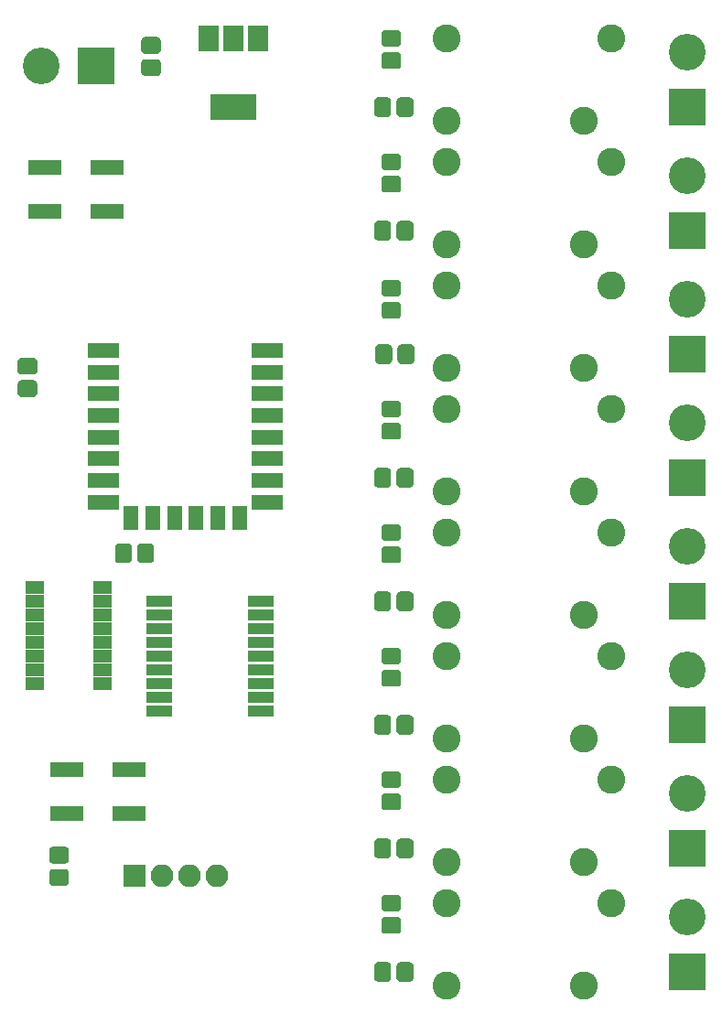
<source format=gbr>
G04 #@! TF.GenerationSoftware,KiCad,Pcbnew,5.0.0-fee4fd1~66~ubuntu16.04.1*
G04 #@! TF.CreationDate,2018-10-04T10:54:54+02:00*
G04 #@! TF.ProjectId,8Relays,3852656C6179732E6B696361645F7063,rev?*
G04 #@! TF.SameCoordinates,Original*
G04 #@! TF.FileFunction,Soldermask,Top*
G04 #@! TF.FilePolarity,Negative*
%FSLAX46Y46*%
G04 Gerber Fmt 4.6, Leading zero omitted, Abs format (unit mm)*
G04 Created by KiCad (PCBNEW 5.0.0-fee4fd1~66~ubuntu16.04.1) date Thu Oct  4 10:54:54 2018*
%MOMM*%
%LPD*%
G01*
G04 APERTURE LIST*
%ADD10C,2.600000*%
%ADD11R,1.700000X1.200000*%
%ADD12C,0.100000*%
%ADD13C,1.550000*%
%ADD14R,3.400000X3.400000*%
%ADD15C,3.400000*%
%ADD16R,3.150000X1.400000*%
%ADD17R,4.200000X2.400000*%
%ADD18R,1.900000X2.400000*%
%ADD19R,2.900000X1.400000*%
%ADD20R,1.400000X2.200000*%
%ADD21R,2.400000X1.000000*%
%ADD22R,2.100000X2.100000*%
%ADD23O,2.100000X2.100000*%
G04 APERTURE END LIST*
D10*
G04 #@! TO.C,K7*
X172720000Y-123190000D03*
X172720000Y-115570000D03*
X185420000Y-123190000D03*
X187960000Y-115570000D03*
G04 #@! TD*
D11*
G04 #@! TO.C,U1*
X140945000Y-106685000D03*
X140945000Y-105405000D03*
X140945000Y-104145000D03*
X140945000Y-102875000D03*
X140945000Y-101595000D03*
X140945000Y-100325000D03*
X140945000Y-99065000D03*
X140945000Y-97785000D03*
X134645000Y-97785000D03*
X134645000Y-99065000D03*
X134645000Y-100325000D03*
X134645000Y-101595000D03*
X134645000Y-102875000D03*
X134645000Y-104145000D03*
X134645000Y-105405000D03*
X134645000Y-106685000D03*
G04 #@! TD*
D12*
G04 #@! TO.C,D1*
G36*
X168236071Y-48266623D02*
X168268781Y-48271475D01*
X168300857Y-48279509D01*
X168331991Y-48290649D01*
X168361884Y-48304787D01*
X168390247Y-48321787D01*
X168416807Y-48341485D01*
X168441308Y-48363692D01*
X168463515Y-48388193D01*
X168483213Y-48414753D01*
X168500213Y-48443116D01*
X168514351Y-48473009D01*
X168525491Y-48504143D01*
X168533525Y-48536219D01*
X168538377Y-48568929D01*
X168540000Y-48601956D01*
X168540000Y-49478044D01*
X168538377Y-49511071D01*
X168533525Y-49543781D01*
X168525491Y-49575857D01*
X168514351Y-49606991D01*
X168500213Y-49636884D01*
X168483213Y-49665247D01*
X168463515Y-49691807D01*
X168441308Y-49716308D01*
X168416807Y-49738515D01*
X168390247Y-49758213D01*
X168361884Y-49775213D01*
X168331991Y-49789351D01*
X168300857Y-49800491D01*
X168268781Y-49808525D01*
X168236071Y-49813377D01*
X168203044Y-49815000D01*
X167076956Y-49815000D01*
X167043929Y-49813377D01*
X167011219Y-49808525D01*
X166979143Y-49800491D01*
X166948009Y-49789351D01*
X166918116Y-49775213D01*
X166889753Y-49758213D01*
X166863193Y-49738515D01*
X166838692Y-49716308D01*
X166816485Y-49691807D01*
X166796787Y-49665247D01*
X166779787Y-49636884D01*
X166765649Y-49606991D01*
X166754509Y-49575857D01*
X166746475Y-49543781D01*
X166741623Y-49511071D01*
X166740000Y-49478044D01*
X166740000Y-48601956D01*
X166741623Y-48568929D01*
X166746475Y-48536219D01*
X166754509Y-48504143D01*
X166765649Y-48473009D01*
X166779787Y-48443116D01*
X166796787Y-48414753D01*
X166816485Y-48388193D01*
X166838692Y-48363692D01*
X166863193Y-48341485D01*
X166889753Y-48321787D01*
X166918116Y-48304787D01*
X166948009Y-48290649D01*
X166979143Y-48279509D01*
X167011219Y-48271475D01*
X167043929Y-48266623D01*
X167076956Y-48265000D01*
X168203044Y-48265000D01*
X168236071Y-48266623D01*
X168236071Y-48266623D01*
G37*
D13*
X167640000Y-49040000D03*
D12*
G36*
X168236071Y-46216623D02*
X168268781Y-46221475D01*
X168300857Y-46229509D01*
X168331991Y-46240649D01*
X168361884Y-46254787D01*
X168390247Y-46271787D01*
X168416807Y-46291485D01*
X168441308Y-46313692D01*
X168463515Y-46338193D01*
X168483213Y-46364753D01*
X168500213Y-46393116D01*
X168514351Y-46423009D01*
X168525491Y-46454143D01*
X168533525Y-46486219D01*
X168538377Y-46518929D01*
X168540000Y-46551956D01*
X168540000Y-47428044D01*
X168538377Y-47461071D01*
X168533525Y-47493781D01*
X168525491Y-47525857D01*
X168514351Y-47556991D01*
X168500213Y-47586884D01*
X168483213Y-47615247D01*
X168463515Y-47641807D01*
X168441308Y-47666308D01*
X168416807Y-47688515D01*
X168390247Y-47708213D01*
X168361884Y-47725213D01*
X168331991Y-47739351D01*
X168300857Y-47750491D01*
X168268781Y-47758525D01*
X168236071Y-47763377D01*
X168203044Y-47765000D01*
X167076956Y-47765000D01*
X167043929Y-47763377D01*
X167011219Y-47758525D01*
X166979143Y-47750491D01*
X166948009Y-47739351D01*
X166918116Y-47725213D01*
X166889753Y-47708213D01*
X166863193Y-47688515D01*
X166838692Y-47666308D01*
X166816485Y-47641807D01*
X166796787Y-47615247D01*
X166779787Y-47586884D01*
X166765649Y-47556991D01*
X166754509Y-47525857D01*
X166746475Y-47493781D01*
X166741623Y-47461071D01*
X166740000Y-47428044D01*
X166740000Y-46551956D01*
X166741623Y-46518929D01*
X166746475Y-46486219D01*
X166754509Y-46454143D01*
X166765649Y-46423009D01*
X166779787Y-46393116D01*
X166796787Y-46364753D01*
X166816485Y-46338193D01*
X166838692Y-46313692D01*
X166863193Y-46291485D01*
X166889753Y-46271787D01*
X166918116Y-46254787D01*
X166948009Y-46240649D01*
X166979143Y-46229509D01*
X167011219Y-46221475D01*
X167043929Y-46216623D01*
X167076956Y-46215000D01*
X168203044Y-46215000D01*
X168236071Y-46216623D01*
X168236071Y-46216623D01*
G37*
D13*
X167640000Y-46990000D03*
G04 #@! TD*
D12*
G04 #@! TO.C,D2*
G36*
X168236071Y-57646623D02*
X168268781Y-57651475D01*
X168300857Y-57659509D01*
X168331991Y-57670649D01*
X168361884Y-57684787D01*
X168390247Y-57701787D01*
X168416807Y-57721485D01*
X168441308Y-57743692D01*
X168463515Y-57768193D01*
X168483213Y-57794753D01*
X168500213Y-57823116D01*
X168514351Y-57853009D01*
X168525491Y-57884143D01*
X168533525Y-57916219D01*
X168538377Y-57948929D01*
X168540000Y-57981956D01*
X168540000Y-58858044D01*
X168538377Y-58891071D01*
X168533525Y-58923781D01*
X168525491Y-58955857D01*
X168514351Y-58986991D01*
X168500213Y-59016884D01*
X168483213Y-59045247D01*
X168463515Y-59071807D01*
X168441308Y-59096308D01*
X168416807Y-59118515D01*
X168390247Y-59138213D01*
X168361884Y-59155213D01*
X168331991Y-59169351D01*
X168300857Y-59180491D01*
X168268781Y-59188525D01*
X168236071Y-59193377D01*
X168203044Y-59195000D01*
X167076956Y-59195000D01*
X167043929Y-59193377D01*
X167011219Y-59188525D01*
X166979143Y-59180491D01*
X166948009Y-59169351D01*
X166918116Y-59155213D01*
X166889753Y-59138213D01*
X166863193Y-59118515D01*
X166838692Y-59096308D01*
X166816485Y-59071807D01*
X166796787Y-59045247D01*
X166779787Y-59016884D01*
X166765649Y-58986991D01*
X166754509Y-58955857D01*
X166746475Y-58923781D01*
X166741623Y-58891071D01*
X166740000Y-58858044D01*
X166740000Y-57981956D01*
X166741623Y-57948929D01*
X166746475Y-57916219D01*
X166754509Y-57884143D01*
X166765649Y-57853009D01*
X166779787Y-57823116D01*
X166796787Y-57794753D01*
X166816485Y-57768193D01*
X166838692Y-57743692D01*
X166863193Y-57721485D01*
X166889753Y-57701787D01*
X166918116Y-57684787D01*
X166948009Y-57670649D01*
X166979143Y-57659509D01*
X167011219Y-57651475D01*
X167043929Y-57646623D01*
X167076956Y-57645000D01*
X168203044Y-57645000D01*
X168236071Y-57646623D01*
X168236071Y-57646623D01*
G37*
D13*
X167640000Y-58420000D03*
D12*
G36*
X168236071Y-59696623D02*
X168268781Y-59701475D01*
X168300857Y-59709509D01*
X168331991Y-59720649D01*
X168361884Y-59734787D01*
X168390247Y-59751787D01*
X168416807Y-59771485D01*
X168441308Y-59793692D01*
X168463515Y-59818193D01*
X168483213Y-59844753D01*
X168500213Y-59873116D01*
X168514351Y-59903009D01*
X168525491Y-59934143D01*
X168533525Y-59966219D01*
X168538377Y-59998929D01*
X168540000Y-60031956D01*
X168540000Y-60908044D01*
X168538377Y-60941071D01*
X168533525Y-60973781D01*
X168525491Y-61005857D01*
X168514351Y-61036991D01*
X168500213Y-61066884D01*
X168483213Y-61095247D01*
X168463515Y-61121807D01*
X168441308Y-61146308D01*
X168416807Y-61168515D01*
X168390247Y-61188213D01*
X168361884Y-61205213D01*
X168331991Y-61219351D01*
X168300857Y-61230491D01*
X168268781Y-61238525D01*
X168236071Y-61243377D01*
X168203044Y-61245000D01*
X167076956Y-61245000D01*
X167043929Y-61243377D01*
X167011219Y-61238525D01*
X166979143Y-61230491D01*
X166948009Y-61219351D01*
X166918116Y-61205213D01*
X166889753Y-61188213D01*
X166863193Y-61168515D01*
X166838692Y-61146308D01*
X166816485Y-61121807D01*
X166796787Y-61095247D01*
X166779787Y-61066884D01*
X166765649Y-61036991D01*
X166754509Y-61005857D01*
X166746475Y-60973781D01*
X166741623Y-60941071D01*
X166740000Y-60908044D01*
X166740000Y-60031956D01*
X166741623Y-59998929D01*
X166746475Y-59966219D01*
X166754509Y-59934143D01*
X166765649Y-59903009D01*
X166779787Y-59873116D01*
X166796787Y-59844753D01*
X166816485Y-59818193D01*
X166838692Y-59793692D01*
X166863193Y-59771485D01*
X166889753Y-59751787D01*
X166918116Y-59734787D01*
X166948009Y-59720649D01*
X166979143Y-59709509D01*
X167011219Y-59701475D01*
X167043929Y-59696623D01*
X167076956Y-59695000D01*
X168203044Y-59695000D01*
X168236071Y-59696623D01*
X168236071Y-59696623D01*
G37*
D13*
X167640000Y-60470000D03*
G04 #@! TD*
D12*
G04 #@! TO.C,D3*
G36*
X168236071Y-69321623D02*
X168268781Y-69326475D01*
X168300857Y-69334509D01*
X168331991Y-69345649D01*
X168361884Y-69359787D01*
X168390247Y-69376787D01*
X168416807Y-69396485D01*
X168441308Y-69418692D01*
X168463515Y-69443193D01*
X168483213Y-69469753D01*
X168500213Y-69498116D01*
X168514351Y-69528009D01*
X168525491Y-69559143D01*
X168533525Y-69591219D01*
X168538377Y-69623929D01*
X168540000Y-69656956D01*
X168540000Y-70533044D01*
X168538377Y-70566071D01*
X168533525Y-70598781D01*
X168525491Y-70630857D01*
X168514351Y-70661991D01*
X168500213Y-70691884D01*
X168483213Y-70720247D01*
X168463515Y-70746807D01*
X168441308Y-70771308D01*
X168416807Y-70793515D01*
X168390247Y-70813213D01*
X168361884Y-70830213D01*
X168331991Y-70844351D01*
X168300857Y-70855491D01*
X168268781Y-70863525D01*
X168236071Y-70868377D01*
X168203044Y-70870000D01*
X167076956Y-70870000D01*
X167043929Y-70868377D01*
X167011219Y-70863525D01*
X166979143Y-70855491D01*
X166948009Y-70844351D01*
X166918116Y-70830213D01*
X166889753Y-70813213D01*
X166863193Y-70793515D01*
X166838692Y-70771308D01*
X166816485Y-70746807D01*
X166796787Y-70720247D01*
X166779787Y-70691884D01*
X166765649Y-70661991D01*
X166754509Y-70630857D01*
X166746475Y-70598781D01*
X166741623Y-70566071D01*
X166740000Y-70533044D01*
X166740000Y-69656956D01*
X166741623Y-69623929D01*
X166746475Y-69591219D01*
X166754509Y-69559143D01*
X166765649Y-69528009D01*
X166779787Y-69498116D01*
X166796787Y-69469753D01*
X166816485Y-69443193D01*
X166838692Y-69418692D01*
X166863193Y-69396485D01*
X166889753Y-69376787D01*
X166918116Y-69359787D01*
X166948009Y-69345649D01*
X166979143Y-69334509D01*
X167011219Y-69326475D01*
X167043929Y-69321623D01*
X167076956Y-69320000D01*
X168203044Y-69320000D01*
X168236071Y-69321623D01*
X168236071Y-69321623D01*
G37*
D13*
X167640000Y-70095000D03*
D12*
G36*
X168236071Y-71371623D02*
X168268781Y-71376475D01*
X168300857Y-71384509D01*
X168331991Y-71395649D01*
X168361884Y-71409787D01*
X168390247Y-71426787D01*
X168416807Y-71446485D01*
X168441308Y-71468692D01*
X168463515Y-71493193D01*
X168483213Y-71519753D01*
X168500213Y-71548116D01*
X168514351Y-71578009D01*
X168525491Y-71609143D01*
X168533525Y-71641219D01*
X168538377Y-71673929D01*
X168540000Y-71706956D01*
X168540000Y-72583044D01*
X168538377Y-72616071D01*
X168533525Y-72648781D01*
X168525491Y-72680857D01*
X168514351Y-72711991D01*
X168500213Y-72741884D01*
X168483213Y-72770247D01*
X168463515Y-72796807D01*
X168441308Y-72821308D01*
X168416807Y-72843515D01*
X168390247Y-72863213D01*
X168361884Y-72880213D01*
X168331991Y-72894351D01*
X168300857Y-72905491D01*
X168268781Y-72913525D01*
X168236071Y-72918377D01*
X168203044Y-72920000D01*
X167076956Y-72920000D01*
X167043929Y-72918377D01*
X167011219Y-72913525D01*
X166979143Y-72905491D01*
X166948009Y-72894351D01*
X166918116Y-72880213D01*
X166889753Y-72863213D01*
X166863193Y-72843515D01*
X166838692Y-72821308D01*
X166816485Y-72796807D01*
X166796787Y-72770247D01*
X166779787Y-72741884D01*
X166765649Y-72711991D01*
X166754509Y-72680857D01*
X166746475Y-72648781D01*
X166741623Y-72616071D01*
X166740000Y-72583044D01*
X166740000Y-71706956D01*
X166741623Y-71673929D01*
X166746475Y-71641219D01*
X166754509Y-71609143D01*
X166765649Y-71578009D01*
X166779787Y-71548116D01*
X166796787Y-71519753D01*
X166816485Y-71493193D01*
X166838692Y-71468692D01*
X166863193Y-71446485D01*
X166889753Y-71426787D01*
X166918116Y-71409787D01*
X166948009Y-71395649D01*
X166979143Y-71384509D01*
X167011219Y-71376475D01*
X167043929Y-71371623D01*
X167076956Y-71370000D01*
X168203044Y-71370000D01*
X168236071Y-71371623D01*
X168236071Y-71371623D01*
G37*
D13*
X167640000Y-72145000D03*
G04 #@! TD*
D12*
G04 #@! TO.C,D4*
G36*
X168236071Y-82556623D02*
X168268781Y-82561475D01*
X168300857Y-82569509D01*
X168331991Y-82580649D01*
X168361884Y-82594787D01*
X168390247Y-82611787D01*
X168416807Y-82631485D01*
X168441308Y-82653692D01*
X168463515Y-82678193D01*
X168483213Y-82704753D01*
X168500213Y-82733116D01*
X168514351Y-82763009D01*
X168525491Y-82794143D01*
X168533525Y-82826219D01*
X168538377Y-82858929D01*
X168540000Y-82891956D01*
X168540000Y-83768044D01*
X168538377Y-83801071D01*
X168533525Y-83833781D01*
X168525491Y-83865857D01*
X168514351Y-83896991D01*
X168500213Y-83926884D01*
X168483213Y-83955247D01*
X168463515Y-83981807D01*
X168441308Y-84006308D01*
X168416807Y-84028515D01*
X168390247Y-84048213D01*
X168361884Y-84065213D01*
X168331991Y-84079351D01*
X168300857Y-84090491D01*
X168268781Y-84098525D01*
X168236071Y-84103377D01*
X168203044Y-84105000D01*
X167076956Y-84105000D01*
X167043929Y-84103377D01*
X167011219Y-84098525D01*
X166979143Y-84090491D01*
X166948009Y-84079351D01*
X166918116Y-84065213D01*
X166889753Y-84048213D01*
X166863193Y-84028515D01*
X166838692Y-84006308D01*
X166816485Y-83981807D01*
X166796787Y-83955247D01*
X166779787Y-83926884D01*
X166765649Y-83896991D01*
X166754509Y-83865857D01*
X166746475Y-83833781D01*
X166741623Y-83801071D01*
X166740000Y-83768044D01*
X166740000Y-82891956D01*
X166741623Y-82858929D01*
X166746475Y-82826219D01*
X166754509Y-82794143D01*
X166765649Y-82763009D01*
X166779787Y-82733116D01*
X166796787Y-82704753D01*
X166816485Y-82678193D01*
X166838692Y-82653692D01*
X166863193Y-82631485D01*
X166889753Y-82611787D01*
X166918116Y-82594787D01*
X166948009Y-82580649D01*
X166979143Y-82569509D01*
X167011219Y-82561475D01*
X167043929Y-82556623D01*
X167076956Y-82555000D01*
X168203044Y-82555000D01*
X168236071Y-82556623D01*
X168236071Y-82556623D01*
G37*
D13*
X167640000Y-83330000D03*
D12*
G36*
X168236071Y-80506623D02*
X168268781Y-80511475D01*
X168300857Y-80519509D01*
X168331991Y-80530649D01*
X168361884Y-80544787D01*
X168390247Y-80561787D01*
X168416807Y-80581485D01*
X168441308Y-80603692D01*
X168463515Y-80628193D01*
X168483213Y-80654753D01*
X168500213Y-80683116D01*
X168514351Y-80713009D01*
X168525491Y-80744143D01*
X168533525Y-80776219D01*
X168538377Y-80808929D01*
X168540000Y-80841956D01*
X168540000Y-81718044D01*
X168538377Y-81751071D01*
X168533525Y-81783781D01*
X168525491Y-81815857D01*
X168514351Y-81846991D01*
X168500213Y-81876884D01*
X168483213Y-81905247D01*
X168463515Y-81931807D01*
X168441308Y-81956308D01*
X168416807Y-81978515D01*
X168390247Y-81998213D01*
X168361884Y-82015213D01*
X168331991Y-82029351D01*
X168300857Y-82040491D01*
X168268781Y-82048525D01*
X168236071Y-82053377D01*
X168203044Y-82055000D01*
X167076956Y-82055000D01*
X167043929Y-82053377D01*
X167011219Y-82048525D01*
X166979143Y-82040491D01*
X166948009Y-82029351D01*
X166918116Y-82015213D01*
X166889753Y-81998213D01*
X166863193Y-81978515D01*
X166838692Y-81956308D01*
X166816485Y-81931807D01*
X166796787Y-81905247D01*
X166779787Y-81876884D01*
X166765649Y-81846991D01*
X166754509Y-81815857D01*
X166746475Y-81783781D01*
X166741623Y-81751071D01*
X166740000Y-81718044D01*
X166740000Y-80841956D01*
X166741623Y-80808929D01*
X166746475Y-80776219D01*
X166754509Y-80744143D01*
X166765649Y-80713009D01*
X166779787Y-80683116D01*
X166796787Y-80654753D01*
X166816485Y-80628193D01*
X166838692Y-80603692D01*
X166863193Y-80581485D01*
X166889753Y-80561787D01*
X166918116Y-80544787D01*
X166948009Y-80530649D01*
X166979143Y-80519509D01*
X167011219Y-80511475D01*
X167043929Y-80506623D01*
X167076956Y-80505000D01*
X168203044Y-80505000D01*
X168236071Y-80506623D01*
X168236071Y-80506623D01*
G37*
D13*
X167640000Y-81280000D03*
G04 #@! TD*
D12*
G04 #@! TO.C,D5*
G36*
X168236071Y-91936623D02*
X168268781Y-91941475D01*
X168300857Y-91949509D01*
X168331991Y-91960649D01*
X168361884Y-91974787D01*
X168390247Y-91991787D01*
X168416807Y-92011485D01*
X168441308Y-92033692D01*
X168463515Y-92058193D01*
X168483213Y-92084753D01*
X168500213Y-92113116D01*
X168514351Y-92143009D01*
X168525491Y-92174143D01*
X168533525Y-92206219D01*
X168538377Y-92238929D01*
X168540000Y-92271956D01*
X168540000Y-93148044D01*
X168538377Y-93181071D01*
X168533525Y-93213781D01*
X168525491Y-93245857D01*
X168514351Y-93276991D01*
X168500213Y-93306884D01*
X168483213Y-93335247D01*
X168463515Y-93361807D01*
X168441308Y-93386308D01*
X168416807Y-93408515D01*
X168390247Y-93428213D01*
X168361884Y-93445213D01*
X168331991Y-93459351D01*
X168300857Y-93470491D01*
X168268781Y-93478525D01*
X168236071Y-93483377D01*
X168203044Y-93485000D01*
X167076956Y-93485000D01*
X167043929Y-93483377D01*
X167011219Y-93478525D01*
X166979143Y-93470491D01*
X166948009Y-93459351D01*
X166918116Y-93445213D01*
X166889753Y-93428213D01*
X166863193Y-93408515D01*
X166838692Y-93386308D01*
X166816485Y-93361807D01*
X166796787Y-93335247D01*
X166779787Y-93306884D01*
X166765649Y-93276991D01*
X166754509Y-93245857D01*
X166746475Y-93213781D01*
X166741623Y-93181071D01*
X166740000Y-93148044D01*
X166740000Y-92271956D01*
X166741623Y-92238929D01*
X166746475Y-92206219D01*
X166754509Y-92174143D01*
X166765649Y-92143009D01*
X166779787Y-92113116D01*
X166796787Y-92084753D01*
X166816485Y-92058193D01*
X166838692Y-92033692D01*
X166863193Y-92011485D01*
X166889753Y-91991787D01*
X166918116Y-91974787D01*
X166948009Y-91960649D01*
X166979143Y-91949509D01*
X167011219Y-91941475D01*
X167043929Y-91936623D01*
X167076956Y-91935000D01*
X168203044Y-91935000D01*
X168236071Y-91936623D01*
X168236071Y-91936623D01*
G37*
D13*
X167640000Y-92710000D03*
D12*
G36*
X168236071Y-93986623D02*
X168268781Y-93991475D01*
X168300857Y-93999509D01*
X168331991Y-94010649D01*
X168361884Y-94024787D01*
X168390247Y-94041787D01*
X168416807Y-94061485D01*
X168441308Y-94083692D01*
X168463515Y-94108193D01*
X168483213Y-94134753D01*
X168500213Y-94163116D01*
X168514351Y-94193009D01*
X168525491Y-94224143D01*
X168533525Y-94256219D01*
X168538377Y-94288929D01*
X168540000Y-94321956D01*
X168540000Y-95198044D01*
X168538377Y-95231071D01*
X168533525Y-95263781D01*
X168525491Y-95295857D01*
X168514351Y-95326991D01*
X168500213Y-95356884D01*
X168483213Y-95385247D01*
X168463515Y-95411807D01*
X168441308Y-95436308D01*
X168416807Y-95458515D01*
X168390247Y-95478213D01*
X168361884Y-95495213D01*
X168331991Y-95509351D01*
X168300857Y-95520491D01*
X168268781Y-95528525D01*
X168236071Y-95533377D01*
X168203044Y-95535000D01*
X167076956Y-95535000D01*
X167043929Y-95533377D01*
X167011219Y-95528525D01*
X166979143Y-95520491D01*
X166948009Y-95509351D01*
X166918116Y-95495213D01*
X166889753Y-95478213D01*
X166863193Y-95458515D01*
X166838692Y-95436308D01*
X166816485Y-95411807D01*
X166796787Y-95385247D01*
X166779787Y-95356884D01*
X166765649Y-95326991D01*
X166754509Y-95295857D01*
X166746475Y-95263781D01*
X166741623Y-95231071D01*
X166740000Y-95198044D01*
X166740000Y-94321956D01*
X166741623Y-94288929D01*
X166746475Y-94256219D01*
X166754509Y-94224143D01*
X166765649Y-94193009D01*
X166779787Y-94163116D01*
X166796787Y-94134753D01*
X166816485Y-94108193D01*
X166838692Y-94083692D01*
X166863193Y-94061485D01*
X166889753Y-94041787D01*
X166918116Y-94024787D01*
X166948009Y-94010649D01*
X166979143Y-93999509D01*
X167011219Y-93991475D01*
X167043929Y-93986623D01*
X167076956Y-93985000D01*
X168203044Y-93985000D01*
X168236071Y-93986623D01*
X168236071Y-93986623D01*
G37*
D13*
X167640000Y-94760000D03*
G04 #@! TD*
D12*
G04 #@! TO.C,D6*
G36*
X168236071Y-105416623D02*
X168268781Y-105421475D01*
X168300857Y-105429509D01*
X168331991Y-105440649D01*
X168361884Y-105454787D01*
X168390247Y-105471787D01*
X168416807Y-105491485D01*
X168441308Y-105513692D01*
X168463515Y-105538193D01*
X168483213Y-105564753D01*
X168500213Y-105593116D01*
X168514351Y-105623009D01*
X168525491Y-105654143D01*
X168533525Y-105686219D01*
X168538377Y-105718929D01*
X168540000Y-105751956D01*
X168540000Y-106628044D01*
X168538377Y-106661071D01*
X168533525Y-106693781D01*
X168525491Y-106725857D01*
X168514351Y-106756991D01*
X168500213Y-106786884D01*
X168483213Y-106815247D01*
X168463515Y-106841807D01*
X168441308Y-106866308D01*
X168416807Y-106888515D01*
X168390247Y-106908213D01*
X168361884Y-106925213D01*
X168331991Y-106939351D01*
X168300857Y-106950491D01*
X168268781Y-106958525D01*
X168236071Y-106963377D01*
X168203044Y-106965000D01*
X167076956Y-106965000D01*
X167043929Y-106963377D01*
X167011219Y-106958525D01*
X166979143Y-106950491D01*
X166948009Y-106939351D01*
X166918116Y-106925213D01*
X166889753Y-106908213D01*
X166863193Y-106888515D01*
X166838692Y-106866308D01*
X166816485Y-106841807D01*
X166796787Y-106815247D01*
X166779787Y-106786884D01*
X166765649Y-106756991D01*
X166754509Y-106725857D01*
X166746475Y-106693781D01*
X166741623Y-106661071D01*
X166740000Y-106628044D01*
X166740000Y-105751956D01*
X166741623Y-105718929D01*
X166746475Y-105686219D01*
X166754509Y-105654143D01*
X166765649Y-105623009D01*
X166779787Y-105593116D01*
X166796787Y-105564753D01*
X166816485Y-105538193D01*
X166838692Y-105513692D01*
X166863193Y-105491485D01*
X166889753Y-105471787D01*
X166918116Y-105454787D01*
X166948009Y-105440649D01*
X166979143Y-105429509D01*
X167011219Y-105421475D01*
X167043929Y-105416623D01*
X167076956Y-105415000D01*
X168203044Y-105415000D01*
X168236071Y-105416623D01*
X168236071Y-105416623D01*
G37*
D13*
X167640000Y-106190000D03*
D12*
G36*
X168236071Y-103366623D02*
X168268781Y-103371475D01*
X168300857Y-103379509D01*
X168331991Y-103390649D01*
X168361884Y-103404787D01*
X168390247Y-103421787D01*
X168416807Y-103441485D01*
X168441308Y-103463692D01*
X168463515Y-103488193D01*
X168483213Y-103514753D01*
X168500213Y-103543116D01*
X168514351Y-103573009D01*
X168525491Y-103604143D01*
X168533525Y-103636219D01*
X168538377Y-103668929D01*
X168540000Y-103701956D01*
X168540000Y-104578044D01*
X168538377Y-104611071D01*
X168533525Y-104643781D01*
X168525491Y-104675857D01*
X168514351Y-104706991D01*
X168500213Y-104736884D01*
X168483213Y-104765247D01*
X168463515Y-104791807D01*
X168441308Y-104816308D01*
X168416807Y-104838515D01*
X168390247Y-104858213D01*
X168361884Y-104875213D01*
X168331991Y-104889351D01*
X168300857Y-104900491D01*
X168268781Y-104908525D01*
X168236071Y-104913377D01*
X168203044Y-104915000D01*
X167076956Y-104915000D01*
X167043929Y-104913377D01*
X167011219Y-104908525D01*
X166979143Y-104900491D01*
X166948009Y-104889351D01*
X166918116Y-104875213D01*
X166889753Y-104858213D01*
X166863193Y-104838515D01*
X166838692Y-104816308D01*
X166816485Y-104791807D01*
X166796787Y-104765247D01*
X166779787Y-104736884D01*
X166765649Y-104706991D01*
X166754509Y-104675857D01*
X166746475Y-104643781D01*
X166741623Y-104611071D01*
X166740000Y-104578044D01*
X166740000Y-103701956D01*
X166741623Y-103668929D01*
X166746475Y-103636219D01*
X166754509Y-103604143D01*
X166765649Y-103573009D01*
X166779787Y-103543116D01*
X166796787Y-103514753D01*
X166816485Y-103488193D01*
X166838692Y-103463692D01*
X166863193Y-103441485D01*
X166889753Y-103421787D01*
X166918116Y-103404787D01*
X166948009Y-103390649D01*
X166979143Y-103379509D01*
X167011219Y-103371475D01*
X167043929Y-103366623D01*
X167076956Y-103365000D01*
X168203044Y-103365000D01*
X168236071Y-103366623D01*
X168236071Y-103366623D01*
G37*
D13*
X167640000Y-104140000D03*
G04 #@! TD*
D12*
G04 #@! TO.C,D7*
G36*
X168236071Y-114796623D02*
X168268781Y-114801475D01*
X168300857Y-114809509D01*
X168331991Y-114820649D01*
X168361884Y-114834787D01*
X168390247Y-114851787D01*
X168416807Y-114871485D01*
X168441308Y-114893692D01*
X168463515Y-114918193D01*
X168483213Y-114944753D01*
X168500213Y-114973116D01*
X168514351Y-115003009D01*
X168525491Y-115034143D01*
X168533525Y-115066219D01*
X168538377Y-115098929D01*
X168540000Y-115131956D01*
X168540000Y-116008044D01*
X168538377Y-116041071D01*
X168533525Y-116073781D01*
X168525491Y-116105857D01*
X168514351Y-116136991D01*
X168500213Y-116166884D01*
X168483213Y-116195247D01*
X168463515Y-116221807D01*
X168441308Y-116246308D01*
X168416807Y-116268515D01*
X168390247Y-116288213D01*
X168361884Y-116305213D01*
X168331991Y-116319351D01*
X168300857Y-116330491D01*
X168268781Y-116338525D01*
X168236071Y-116343377D01*
X168203044Y-116345000D01*
X167076956Y-116345000D01*
X167043929Y-116343377D01*
X167011219Y-116338525D01*
X166979143Y-116330491D01*
X166948009Y-116319351D01*
X166918116Y-116305213D01*
X166889753Y-116288213D01*
X166863193Y-116268515D01*
X166838692Y-116246308D01*
X166816485Y-116221807D01*
X166796787Y-116195247D01*
X166779787Y-116166884D01*
X166765649Y-116136991D01*
X166754509Y-116105857D01*
X166746475Y-116073781D01*
X166741623Y-116041071D01*
X166740000Y-116008044D01*
X166740000Y-115131956D01*
X166741623Y-115098929D01*
X166746475Y-115066219D01*
X166754509Y-115034143D01*
X166765649Y-115003009D01*
X166779787Y-114973116D01*
X166796787Y-114944753D01*
X166816485Y-114918193D01*
X166838692Y-114893692D01*
X166863193Y-114871485D01*
X166889753Y-114851787D01*
X166918116Y-114834787D01*
X166948009Y-114820649D01*
X166979143Y-114809509D01*
X167011219Y-114801475D01*
X167043929Y-114796623D01*
X167076956Y-114795000D01*
X168203044Y-114795000D01*
X168236071Y-114796623D01*
X168236071Y-114796623D01*
G37*
D13*
X167640000Y-115570000D03*
D12*
G36*
X168236071Y-116846623D02*
X168268781Y-116851475D01*
X168300857Y-116859509D01*
X168331991Y-116870649D01*
X168361884Y-116884787D01*
X168390247Y-116901787D01*
X168416807Y-116921485D01*
X168441308Y-116943692D01*
X168463515Y-116968193D01*
X168483213Y-116994753D01*
X168500213Y-117023116D01*
X168514351Y-117053009D01*
X168525491Y-117084143D01*
X168533525Y-117116219D01*
X168538377Y-117148929D01*
X168540000Y-117181956D01*
X168540000Y-118058044D01*
X168538377Y-118091071D01*
X168533525Y-118123781D01*
X168525491Y-118155857D01*
X168514351Y-118186991D01*
X168500213Y-118216884D01*
X168483213Y-118245247D01*
X168463515Y-118271807D01*
X168441308Y-118296308D01*
X168416807Y-118318515D01*
X168390247Y-118338213D01*
X168361884Y-118355213D01*
X168331991Y-118369351D01*
X168300857Y-118380491D01*
X168268781Y-118388525D01*
X168236071Y-118393377D01*
X168203044Y-118395000D01*
X167076956Y-118395000D01*
X167043929Y-118393377D01*
X167011219Y-118388525D01*
X166979143Y-118380491D01*
X166948009Y-118369351D01*
X166918116Y-118355213D01*
X166889753Y-118338213D01*
X166863193Y-118318515D01*
X166838692Y-118296308D01*
X166816485Y-118271807D01*
X166796787Y-118245247D01*
X166779787Y-118216884D01*
X166765649Y-118186991D01*
X166754509Y-118155857D01*
X166746475Y-118123781D01*
X166741623Y-118091071D01*
X166740000Y-118058044D01*
X166740000Y-117181956D01*
X166741623Y-117148929D01*
X166746475Y-117116219D01*
X166754509Y-117084143D01*
X166765649Y-117053009D01*
X166779787Y-117023116D01*
X166796787Y-116994753D01*
X166816485Y-116968193D01*
X166838692Y-116943692D01*
X166863193Y-116921485D01*
X166889753Y-116901787D01*
X166918116Y-116884787D01*
X166948009Y-116870649D01*
X166979143Y-116859509D01*
X167011219Y-116851475D01*
X167043929Y-116846623D01*
X167076956Y-116845000D01*
X168203044Y-116845000D01*
X168236071Y-116846623D01*
X168236071Y-116846623D01*
G37*
D13*
X167640000Y-117620000D03*
G04 #@! TD*
D12*
G04 #@! TO.C,D8*
G36*
X168236071Y-128276623D02*
X168268781Y-128281475D01*
X168300857Y-128289509D01*
X168331991Y-128300649D01*
X168361884Y-128314787D01*
X168390247Y-128331787D01*
X168416807Y-128351485D01*
X168441308Y-128373692D01*
X168463515Y-128398193D01*
X168483213Y-128424753D01*
X168500213Y-128453116D01*
X168514351Y-128483009D01*
X168525491Y-128514143D01*
X168533525Y-128546219D01*
X168538377Y-128578929D01*
X168540000Y-128611956D01*
X168540000Y-129488044D01*
X168538377Y-129521071D01*
X168533525Y-129553781D01*
X168525491Y-129585857D01*
X168514351Y-129616991D01*
X168500213Y-129646884D01*
X168483213Y-129675247D01*
X168463515Y-129701807D01*
X168441308Y-129726308D01*
X168416807Y-129748515D01*
X168390247Y-129768213D01*
X168361884Y-129785213D01*
X168331991Y-129799351D01*
X168300857Y-129810491D01*
X168268781Y-129818525D01*
X168236071Y-129823377D01*
X168203044Y-129825000D01*
X167076956Y-129825000D01*
X167043929Y-129823377D01*
X167011219Y-129818525D01*
X166979143Y-129810491D01*
X166948009Y-129799351D01*
X166918116Y-129785213D01*
X166889753Y-129768213D01*
X166863193Y-129748515D01*
X166838692Y-129726308D01*
X166816485Y-129701807D01*
X166796787Y-129675247D01*
X166779787Y-129646884D01*
X166765649Y-129616991D01*
X166754509Y-129585857D01*
X166746475Y-129553781D01*
X166741623Y-129521071D01*
X166740000Y-129488044D01*
X166740000Y-128611956D01*
X166741623Y-128578929D01*
X166746475Y-128546219D01*
X166754509Y-128514143D01*
X166765649Y-128483009D01*
X166779787Y-128453116D01*
X166796787Y-128424753D01*
X166816485Y-128398193D01*
X166838692Y-128373692D01*
X166863193Y-128351485D01*
X166889753Y-128331787D01*
X166918116Y-128314787D01*
X166948009Y-128300649D01*
X166979143Y-128289509D01*
X167011219Y-128281475D01*
X167043929Y-128276623D01*
X167076956Y-128275000D01*
X168203044Y-128275000D01*
X168236071Y-128276623D01*
X168236071Y-128276623D01*
G37*
D13*
X167640000Y-129050000D03*
D12*
G36*
X168236071Y-126226623D02*
X168268781Y-126231475D01*
X168300857Y-126239509D01*
X168331991Y-126250649D01*
X168361884Y-126264787D01*
X168390247Y-126281787D01*
X168416807Y-126301485D01*
X168441308Y-126323692D01*
X168463515Y-126348193D01*
X168483213Y-126374753D01*
X168500213Y-126403116D01*
X168514351Y-126433009D01*
X168525491Y-126464143D01*
X168533525Y-126496219D01*
X168538377Y-126528929D01*
X168540000Y-126561956D01*
X168540000Y-127438044D01*
X168538377Y-127471071D01*
X168533525Y-127503781D01*
X168525491Y-127535857D01*
X168514351Y-127566991D01*
X168500213Y-127596884D01*
X168483213Y-127625247D01*
X168463515Y-127651807D01*
X168441308Y-127676308D01*
X168416807Y-127698515D01*
X168390247Y-127718213D01*
X168361884Y-127735213D01*
X168331991Y-127749351D01*
X168300857Y-127760491D01*
X168268781Y-127768525D01*
X168236071Y-127773377D01*
X168203044Y-127775000D01*
X167076956Y-127775000D01*
X167043929Y-127773377D01*
X167011219Y-127768525D01*
X166979143Y-127760491D01*
X166948009Y-127749351D01*
X166918116Y-127735213D01*
X166889753Y-127718213D01*
X166863193Y-127698515D01*
X166838692Y-127676308D01*
X166816485Y-127651807D01*
X166796787Y-127625247D01*
X166779787Y-127596884D01*
X166765649Y-127566991D01*
X166754509Y-127535857D01*
X166746475Y-127503781D01*
X166741623Y-127471071D01*
X166740000Y-127438044D01*
X166740000Y-126561956D01*
X166741623Y-126528929D01*
X166746475Y-126496219D01*
X166754509Y-126464143D01*
X166765649Y-126433009D01*
X166779787Y-126403116D01*
X166796787Y-126374753D01*
X166816485Y-126348193D01*
X166838692Y-126323692D01*
X166863193Y-126301485D01*
X166889753Y-126281787D01*
X166918116Y-126264787D01*
X166948009Y-126250649D01*
X166979143Y-126239509D01*
X167011219Y-126231475D01*
X167043929Y-126226623D01*
X167076956Y-126225000D01*
X168203044Y-126225000D01*
X168236071Y-126226623D01*
X168236071Y-126226623D01*
G37*
D13*
X167640000Y-127000000D03*
G04 #@! TD*
D14*
G04 #@! TO.C,J1*
X140335000Y-49530000D03*
D15*
X135255000Y-49530000D03*
G04 #@! TD*
D14*
G04 #@! TO.C,J2*
X195000000Y-53340000D03*
D15*
X195000000Y-48260000D03*
G04 #@! TD*
G04 #@! TO.C,J3*
X195000000Y-59690000D03*
D14*
X195000000Y-64770000D03*
G04 #@! TD*
G04 #@! TO.C,J4*
X195000000Y-76200000D03*
D15*
X195000000Y-71120000D03*
G04 #@! TD*
G04 #@! TO.C,J5*
X195000000Y-82550000D03*
D14*
X195000000Y-87630000D03*
G04 #@! TD*
G04 #@! TO.C,J6*
X195000000Y-99060000D03*
D15*
X195000000Y-93980000D03*
G04 #@! TD*
G04 #@! TO.C,J7*
X195000000Y-105410000D03*
D14*
X195000000Y-110490000D03*
G04 #@! TD*
G04 #@! TO.C,J8*
X195000000Y-121920000D03*
D15*
X195000000Y-116840000D03*
G04 #@! TD*
G04 #@! TO.C,J9*
X195000000Y-128270000D03*
D14*
X195000000Y-133350000D03*
G04 #@! TD*
D10*
G04 #@! TO.C,K1*
X187960000Y-46990000D03*
X185420000Y-54610000D03*
X172720000Y-46990000D03*
X172720000Y-54610000D03*
G04 #@! TD*
G04 #@! TO.C,K2*
X172720000Y-66040000D03*
X172720000Y-58420000D03*
X185420000Y-66040000D03*
X187960000Y-58420000D03*
G04 #@! TD*
G04 #@! TO.C,K3*
X187960000Y-69850000D03*
X185420000Y-77470000D03*
X172720000Y-69850000D03*
X172720000Y-77470000D03*
G04 #@! TD*
G04 #@! TO.C,K4*
X172720000Y-88900000D03*
X172720000Y-81280000D03*
X185420000Y-88900000D03*
X187960000Y-81280000D03*
G04 #@! TD*
G04 #@! TO.C,K5*
X172720000Y-100330000D03*
X172720000Y-92710000D03*
X185420000Y-100330000D03*
X187960000Y-92710000D03*
G04 #@! TD*
G04 #@! TO.C,K6*
X187960000Y-104140000D03*
X185420000Y-111760000D03*
X172720000Y-104140000D03*
X172720000Y-111760000D03*
G04 #@! TD*
G04 #@! TO.C,K8*
X187960000Y-127000000D03*
X185420000Y-134620000D03*
X172720000Y-127000000D03*
X172720000Y-134620000D03*
G04 #@! TD*
D12*
G04 #@! TO.C,R1*
G36*
X134581071Y-76551623D02*
X134613781Y-76556475D01*
X134645857Y-76564509D01*
X134676991Y-76575649D01*
X134706884Y-76589787D01*
X134735247Y-76606787D01*
X134761807Y-76626485D01*
X134786308Y-76648692D01*
X134808515Y-76673193D01*
X134828213Y-76699753D01*
X134845213Y-76728116D01*
X134859351Y-76758009D01*
X134870491Y-76789143D01*
X134878525Y-76821219D01*
X134883377Y-76853929D01*
X134885000Y-76886956D01*
X134885000Y-77763044D01*
X134883377Y-77796071D01*
X134878525Y-77828781D01*
X134870491Y-77860857D01*
X134859351Y-77891991D01*
X134845213Y-77921884D01*
X134828213Y-77950247D01*
X134808515Y-77976807D01*
X134786308Y-78001308D01*
X134761807Y-78023515D01*
X134735247Y-78043213D01*
X134706884Y-78060213D01*
X134676991Y-78074351D01*
X134645857Y-78085491D01*
X134613781Y-78093525D01*
X134581071Y-78098377D01*
X134548044Y-78100000D01*
X133421956Y-78100000D01*
X133388929Y-78098377D01*
X133356219Y-78093525D01*
X133324143Y-78085491D01*
X133293009Y-78074351D01*
X133263116Y-78060213D01*
X133234753Y-78043213D01*
X133208193Y-78023515D01*
X133183692Y-78001308D01*
X133161485Y-77976807D01*
X133141787Y-77950247D01*
X133124787Y-77921884D01*
X133110649Y-77891991D01*
X133099509Y-77860857D01*
X133091475Y-77828781D01*
X133086623Y-77796071D01*
X133085000Y-77763044D01*
X133085000Y-76886956D01*
X133086623Y-76853929D01*
X133091475Y-76821219D01*
X133099509Y-76789143D01*
X133110649Y-76758009D01*
X133124787Y-76728116D01*
X133141787Y-76699753D01*
X133161485Y-76673193D01*
X133183692Y-76648692D01*
X133208193Y-76626485D01*
X133234753Y-76606787D01*
X133263116Y-76589787D01*
X133293009Y-76575649D01*
X133324143Y-76564509D01*
X133356219Y-76556475D01*
X133388929Y-76551623D01*
X133421956Y-76550000D01*
X134548044Y-76550000D01*
X134581071Y-76551623D01*
X134581071Y-76551623D01*
G37*
D13*
X133985000Y-77325000D03*
D12*
G36*
X134581071Y-78601623D02*
X134613781Y-78606475D01*
X134645857Y-78614509D01*
X134676991Y-78625649D01*
X134706884Y-78639787D01*
X134735247Y-78656787D01*
X134761807Y-78676485D01*
X134786308Y-78698692D01*
X134808515Y-78723193D01*
X134828213Y-78749753D01*
X134845213Y-78778116D01*
X134859351Y-78808009D01*
X134870491Y-78839143D01*
X134878525Y-78871219D01*
X134883377Y-78903929D01*
X134885000Y-78936956D01*
X134885000Y-79813044D01*
X134883377Y-79846071D01*
X134878525Y-79878781D01*
X134870491Y-79910857D01*
X134859351Y-79941991D01*
X134845213Y-79971884D01*
X134828213Y-80000247D01*
X134808515Y-80026807D01*
X134786308Y-80051308D01*
X134761807Y-80073515D01*
X134735247Y-80093213D01*
X134706884Y-80110213D01*
X134676991Y-80124351D01*
X134645857Y-80135491D01*
X134613781Y-80143525D01*
X134581071Y-80148377D01*
X134548044Y-80150000D01*
X133421956Y-80150000D01*
X133388929Y-80148377D01*
X133356219Y-80143525D01*
X133324143Y-80135491D01*
X133293009Y-80124351D01*
X133263116Y-80110213D01*
X133234753Y-80093213D01*
X133208193Y-80073515D01*
X133183692Y-80051308D01*
X133161485Y-80026807D01*
X133141787Y-80000247D01*
X133124787Y-79971884D01*
X133110649Y-79941991D01*
X133099509Y-79910857D01*
X133091475Y-79878781D01*
X133086623Y-79846071D01*
X133085000Y-79813044D01*
X133085000Y-78936956D01*
X133086623Y-78903929D01*
X133091475Y-78871219D01*
X133099509Y-78839143D01*
X133110649Y-78808009D01*
X133124787Y-78778116D01*
X133141787Y-78749753D01*
X133161485Y-78723193D01*
X133183692Y-78698692D01*
X133208193Y-78676485D01*
X133234753Y-78656787D01*
X133263116Y-78639787D01*
X133293009Y-78625649D01*
X133324143Y-78614509D01*
X133356219Y-78606475D01*
X133388929Y-78601623D01*
X133421956Y-78600000D01*
X134548044Y-78600000D01*
X134581071Y-78601623D01*
X134581071Y-78601623D01*
G37*
D13*
X133985000Y-79375000D03*
G04 #@! TD*
D12*
G04 #@! TO.C,R2*
G36*
X169381071Y-52441623D02*
X169413781Y-52446475D01*
X169445857Y-52454509D01*
X169476991Y-52465649D01*
X169506884Y-52479787D01*
X169535247Y-52496787D01*
X169561807Y-52516485D01*
X169586308Y-52538692D01*
X169608515Y-52563193D01*
X169628213Y-52589753D01*
X169645213Y-52618116D01*
X169659351Y-52648009D01*
X169670491Y-52679143D01*
X169678525Y-52711219D01*
X169683377Y-52743929D01*
X169685000Y-52776956D01*
X169685000Y-53903044D01*
X169683377Y-53936071D01*
X169678525Y-53968781D01*
X169670491Y-54000857D01*
X169659351Y-54031991D01*
X169645213Y-54061884D01*
X169628213Y-54090247D01*
X169608515Y-54116807D01*
X169586308Y-54141308D01*
X169561807Y-54163515D01*
X169535247Y-54183213D01*
X169506884Y-54200213D01*
X169476991Y-54214351D01*
X169445857Y-54225491D01*
X169413781Y-54233525D01*
X169381071Y-54238377D01*
X169348044Y-54240000D01*
X168471956Y-54240000D01*
X168438929Y-54238377D01*
X168406219Y-54233525D01*
X168374143Y-54225491D01*
X168343009Y-54214351D01*
X168313116Y-54200213D01*
X168284753Y-54183213D01*
X168258193Y-54163515D01*
X168233692Y-54141308D01*
X168211485Y-54116807D01*
X168191787Y-54090247D01*
X168174787Y-54061884D01*
X168160649Y-54031991D01*
X168149509Y-54000857D01*
X168141475Y-53968781D01*
X168136623Y-53936071D01*
X168135000Y-53903044D01*
X168135000Y-52776956D01*
X168136623Y-52743929D01*
X168141475Y-52711219D01*
X168149509Y-52679143D01*
X168160649Y-52648009D01*
X168174787Y-52618116D01*
X168191787Y-52589753D01*
X168211485Y-52563193D01*
X168233692Y-52538692D01*
X168258193Y-52516485D01*
X168284753Y-52496787D01*
X168313116Y-52479787D01*
X168343009Y-52465649D01*
X168374143Y-52454509D01*
X168406219Y-52446475D01*
X168438929Y-52441623D01*
X168471956Y-52440000D01*
X169348044Y-52440000D01*
X169381071Y-52441623D01*
X169381071Y-52441623D01*
G37*
D13*
X168910000Y-53340000D03*
D12*
G36*
X167331071Y-52441623D02*
X167363781Y-52446475D01*
X167395857Y-52454509D01*
X167426991Y-52465649D01*
X167456884Y-52479787D01*
X167485247Y-52496787D01*
X167511807Y-52516485D01*
X167536308Y-52538692D01*
X167558515Y-52563193D01*
X167578213Y-52589753D01*
X167595213Y-52618116D01*
X167609351Y-52648009D01*
X167620491Y-52679143D01*
X167628525Y-52711219D01*
X167633377Y-52743929D01*
X167635000Y-52776956D01*
X167635000Y-53903044D01*
X167633377Y-53936071D01*
X167628525Y-53968781D01*
X167620491Y-54000857D01*
X167609351Y-54031991D01*
X167595213Y-54061884D01*
X167578213Y-54090247D01*
X167558515Y-54116807D01*
X167536308Y-54141308D01*
X167511807Y-54163515D01*
X167485247Y-54183213D01*
X167456884Y-54200213D01*
X167426991Y-54214351D01*
X167395857Y-54225491D01*
X167363781Y-54233525D01*
X167331071Y-54238377D01*
X167298044Y-54240000D01*
X166421956Y-54240000D01*
X166388929Y-54238377D01*
X166356219Y-54233525D01*
X166324143Y-54225491D01*
X166293009Y-54214351D01*
X166263116Y-54200213D01*
X166234753Y-54183213D01*
X166208193Y-54163515D01*
X166183692Y-54141308D01*
X166161485Y-54116807D01*
X166141787Y-54090247D01*
X166124787Y-54061884D01*
X166110649Y-54031991D01*
X166099509Y-54000857D01*
X166091475Y-53968781D01*
X166086623Y-53936071D01*
X166085000Y-53903044D01*
X166085000Y-52776956D01*
X166086623Y-52743929D01*
X166091475Y-52711219D01*
X166099509Y-52679143D01*
X166110649Y-52648009D01*
X166124787Y-52618116D01*
X166141787Y-52589753D01*
X166161485Y-52563193D01*
X166183692Y-52538692D01*
X166208193Y-52516485D01*
X166234753Y-52496787D01*
X166263116Y-52479787D01*
X166293009Y-52465649D01*
X166324143Y-52454509D01*
X166356219Y-52446475D01*
X166388929Y-52441623D01*
X166421956Y-52440000D01*
X167298044Y-52440000D01*
X167331071Y-52441623D01*
X167331071Y-52441623D01*
G37*
D13*
X166860000Y-53340000D03*
G04 #@! TD*
D12*
G04 #@! TO.C,R3*
G36*
X167331071Y-63871623D02*
X167363781Y-63876475D01*
X167395857Y-63884509D01*
X167426991Y-63895649D01*
X167456884Y-63909787D01*
X167485247Y-63926787D01*
X167511807Y-63946485D01*
X167536308Y-63968692D01*
X167558515Y-63993193D01*
X167578213Y-64019753D01*
X167595213Y-64048116D01*
X167609351Y-64078009D01*
X167620491Y-64109143D01*
X167628525Y-64141219D01*
X167633377Y-64173929D01*
X167635000Y-64206956D01*
X167635000Y-65333044D01*
X167633377Y-65366071D01*
X167628525Y-65398781D01*
X167620491Y-65430857D01*
X167609351Y-65461991D01*
X167595213Y-65491884D01*
X167578213Y-65520247D01*
X167558515Y-65546807D01*
X167536308Y-65571308D01*
X167511807Y-65593515D01*
X167485247Y-65613213D01*
X167456884Y-65630213D01*
X167426991Y-65644351D01*
X167395857Y-65655491D01*
X167363781Y-65663525D01*
X167331071Y-65668377D01*
X167298044Y-65670000D01*
X166421956Y-65670000D01*
X166388929Y-65668377D01*
X166356219Y-65663525D01*
X166324143Y-65655491D01*
X166293009Y-65644351D01*
X166263116Y-65630213D01*
X166234753Y-65613213D01*
X166208193Y-65593515D01*
X166183692Y-65571308D01*
X166161485Y-65546807D01*
X166141787Y-65520247D01*
X166124787Y-65491884D01*
X166110649Y-65461991D01*
X166099509Y-65430857D01*
X166091475Y-65398781D01*
X166086623Y-65366071D01*
X166085000Y-65333044D01*
X166085000Y-64206956D01*
X166086623Y-64173929D01*
X166091475Y-64141219D01*
X166099509Y-64109143D01*
X166110649Y-64078009D01*
X166124787Y-64048116D01*
X166141787Y-64019753D01*
X166161485Y-63993193D01*
X166183692Y-63968692D01*
X166208193Y-63946485D01*
X166234753Y-63926787D01*
X166263116Y-63909787D01*
X166293009Y-63895649D01*
X166324143Y-63884509D01*
X166356219Y-63876475D01*
X166388929Y-63871623D01*
X166421956Y-63870000D01*
X167298044Y-63870000D01*
X167331071Y-63871623D01*
X167331071Y-63871623D01*
G37*
D13*
X166860000Y-64770000D03*
D12*
G36*
X169381071Y-63871623D02*
X169413781Y-63876475D01*
X169445857Y-63884509D01*
X169476991Y-63895649D01*
X169506884Y-63909787D01*
X169535247Y-63926787D01*
X169561807Y-63946485D01*
X169586308Y-63968692D01*
X169608515Y-63993193D01*
X169628213Y-64019753D01*
X169645213Y-64048116D01*
X169659351Y-64078009D01*
X169670491Y-64109143D01*
X169678525Y-64141219D01*
X169683377Y-64173929D01*
X169685000Y-64206956D01*
X169685000Y-65333044D01*
X169683377Y-65366071D01*
X169678525Y-65398781D01*
X169670491Y-65430857D01*
X169659351Y-65461991D01*
X169645213Y-65491884D01*
X169628213Y-65520247D01*
X169608515Y-65546807D01*
X169586308Y-65571308D01*
X169561807Y-65593515D01*
X169535247Y-65613213D01*
X169506884Y-65630213D01*
X169476991Y-65644351D01*
X169445857Y-65655491D01*
X169413781Y-65663525D01*
X169381071Y-65668377D01*
X169348044Y-65670000D01*
X168471956Y-65670000D01*
X168438929Y-65668377D01*
X168406219Y-65663525D01*
X168374143Y-65655491D01*
X168343009Y-65644351D01*
X168313116Y-65630213D01*
X168284753Y-65613213D01*
X168258193Y-65593515D01*
X168233692Y-65571308D01*
X168211485Y-65546807D01*
X168191787Y-65520247D01*
X168174787Y-65491884D01*
X168160649Y-65461991D01*
X168149509Y-65430857D01*
X168141475Y-65398781D01*
X168136623Y-65366071D01*
X168135000Y-65333044D01*
X168135000Y-64206956D01*
X168136623Y-64173929D01*
X168141475Y-64141219D01*
X168149509Y-64109143D01*
X168160649Y-64078009D01*
X168174787Y-64048116D01*
X168191787Y-64019753D01*
X168211485Y-63993193D01*
X168233692Y-63968692D01*
X168258193Y-63946485D01*
X168284753Y-63926787D01*
X168313116Y-63909787D01*
X168343009Y-63895649D01*
X168374143Y-63884509D01*
X168406219Y-63876475D01*
X168438929Y-63871623D01*
X168471956Y-63870000D01*
X169348044Y-63870000D01*
X169381071Y-63871623D01*
X169381071Y-63871623D01*
G37*
D13*
X168910000Y-64770000D03*
G04 #@! TD*
D12*
G04 #@! TO.C,R4*
G36*
X167421071Y-75301623D02*
X167453781Y-75306475D01*
X167485857Y-75314509D01*
X167516991Y-75325649D01*
X167546884Y-75339787D01*
X167575247Y-75356787D01*
X167601807Y-75376485D01*
X167626308Y-75398692D01*
X167648515Y-75423193D01*
X167668213Y-75449753D01*
X167685213Y-75478116D01*
X167699351Y-75508009D01*
X167710491Y-75539143D01*
X167718525Y-75571219D01*
X167723377Y-75603929D01*
X167725000Y-75636956D01*
X167725000Y-76763044D01*
X167723377Y-76796071D01*
X167718525Y-76828781D01*
X167710491Y-76860857D01*
X167699351Y-76891991D01*
X167685213Y-76921884D01*
X167668213Y-76950247D01*
X167648515Y-76976807D01*
X167626308Y-77001308D01*
X167601807Y-77023515D01*
X167575247Y-77043213D01*
X167546884Y-77060213D01*
X167516991Y-77074351D01*
X167485857Y-77085491D01*
X167453781Y-77093525D01*
X167421071Y-77098377D01*
X167388044Y-77100000D01*
X166511956Y-77100000D01*
X166478929Y-77098377D01*
X166446219Y-77093525D01*
X166414143Y-77085491D01*
X166383009Y-77074351D01*
X166353116Y-77060213D01*
X166324753Y-77043213D01*
X166298193Y-77023515D01*
X166273692Y-77001308D01*
X166251485Y-76976807D01*
X166231787Y-76950247D01*
X166214787Y-76921884D01*
X166200649Y-76891991D01*
X166189509Y-76860857D01*
X166181475Y-76828781D01*
X166176623Y-76796071D01*
X166175000Y-76763044D01*
X166175000Y-75636956D01*
X166176623Y-75603929D01*
X166181475Y-75571219D01*
X166189509Y-75539143D01*
X166200649Y-75508009D01*
X166214787Y-75478116D01*
X166231787Y-75449753D01*
X166251485Y-75423193D01*
X166273692Y-75398692D01*
X166298193Y-75376485D01*
X166324753Y-75356787D01*
X166353116Y-75339787D01*
X166383009Y-75325649D01*
X166414143Y-75314509D01*
X166446219Y-75306475D01*
X166478929Y-75301623D01*
X166511956Y-75300000D01*
X167388044Y-75300000D01*
X167421071Y-75301623D01*
X167421071Y-75301623D01*
G37*
D13*
X166950000Y-76200000D03*
D12*
G36*
X169471071Y-75301623D02*
X169503781Y-75306475D01*
X169535857Y-75314509D01*
X169566991Y-75325649D01*
X169596884Y-75339787D01*
X169625247Y-75356787D01*
X169651807Y-75376485D01*
X169676308Y-75398692D01*
X169698515Y-75423193D01*
X169718213Y-75449753D01*
X169735213Y-75478116D01*
X169749351Y-75508009D01*
X169760491Y-75539143D01*
X169768525Y-75571219D01*
X169773377Y-75603929D01*
X169775000Y-75636956D01*
X169775000Y-76763044D01*
X169773377Y-76796071D01*
X169768525Y-76828781D01*
X169760491Y-76860857D01*
X169749351Y-76891991D01*
X169735213Y-76921884D01*
X169718213Y-76950247D01*
X169698515Y-76976807D01*
X169676308Y-77001308D01*
X169651807Y-77023515D01*
X169625247Y-77043213D01*
X169596884Y-77060213D01*
X169566991Y-77074351D01*
X169535857Y-77085491D01*
X169503781Y-77093525D01*
X169471071Y-77098377D01*
X169438044Y-77100000D01*
X168561956Y-77100000D01*
X168528929Y-77098377D01*
X168496219Y-77093525D01*
X168464143Y-77085491D01*
X168433009Y-77074351D01*
X168403116Y-77060213D01*
X168374753Y-77043213D01*
X168348193Y-77023515D01*
X168323692Y-77001308D01*
X168301485Y-76976807D01*
X168281787Y-76950247D01*
X168264787Y-76921884D01*
X168250649Y-76891991D01*
X168239509Y-76860857D01*
X168231475Y-76828781D01*
X168226623Y-76796071D01*
X168225000Y-76763044D01*
X168225000Y-75636956D01*
X168226623Y-75603929D01*
X168231475Y-75571219D01*
X168239509Y-75539143D01*
X168250649Y-75508009D01*
X168264787Y-75478116D01*
X168281787Y-75449753D01*
X168301485Y-75423193D01*
X168323692Y-75398692D01*
X168348193Y-75376485D01*
X168374753Y-75356787D01*
X168403116Y-75339787D01*
X168433009Y-75325649D01*
X168464143Y-75314509D01*
X168496219Y-75306475D01*
X168528929Y-75301623D01*
X168561956Y-75300000D01*
X169438044Y-75300000D01*
X169471071Y-75301623D01*
X169471071Y-75301623D01*
G37*
D13*
X169000000Y-76200000D03*
G04 #@! TD*
D12*
G04 #@! TO.C,R5*
G36*
X169381071Y-86731623D02*
X169413781Y-86736475D01*
X169445857Y-86744509D01*
X169476991Y-86755649D01*
X169506884Y-86769787D01*
X169535247Y-86786787D01*
X169561807Y-86806485D01*
X169586308Y-86828692D01*
X169608515Y-86853193D01*
X169628213Y-86879753D01*
X169645213Y-86908116D01*
X169659351Y-86938009D01*
X169670491Y-86969143D01*
X169678525Y-87001219D01*
X169683377Y-87033929D01*
X169685000Y-87066956D01*
X169685000Y-88193044D01*
X169683377Y-88226071D01*
X169678525Y-88258781D01*
X169670491Y-88290857D01*
X169659351Y-88321991D01*
X169645213Y-88351884D01*
X169628213Y-88380247D01*
X169608515Y-88406807D01*
X169586308Y-88431308D01*
X169561807Y-88453515D01*
X169535247Y-88473213D01*
X169506884Y-88490213D01*
X169476991Y-88504351D01*
X169445857Y-88515491D01*
X169413781Y-88523525D01*
X169381071Y-88528377D01*
X169348044Y-88530000D01*
X168471956Y-88530000D01*
X168438929Y-88528377D01*
X168406219Y-88523525D01*
X168374143Y-88515491D01*
X168343009Y-88504351D01*
X168313116Y-88490213D01*
X168284753Y-88473213D01*
X168258193Y-88453515D01*
X168233692Y-88431308D01*
X168211485Y-88406807D01*
X168191787Y-88380247D01*
X168174787Y-88351884D01*
X168160649Y-88321991D01*
X168149509Y-88290857D01*
X168141475Y-88258781D01*
X168136623Y-88226071D01*
X168135000Y-88193044D01*
X168135000Y-87066956D01*
X168136623Y-87033929D01*
X168141475Y-87001219D01*
X168149509Y-86969143D01*
X168160649Y-86938009D01*
X168174787Y-86908116D01*
X168191787Y-86879753D01*
X168211485Y-86853193D01*
X168233692Y-86828692D01*
X168258193Y-86806485D01*
X168284753Y-86786787D01*
X168313116Y-86769787D01*
X168343009Y-86755649D01*
X168374143Y-86744509D01*
X168406219Y-86736475D01*
X168438929Y-86731623D01*
X168471956Y-86730000D01*
X169348044Y-86730000D01*
X169381071Y-86731623D01*
X169381071Y-86731623D01*
G37*
D13*
X168910000Y-87630000D03*
D12*
G36*
X167331071Y-86731623D02*
X167363781Y-86736475D01*
X167395857Y-86744509D01*
X167426991Y-86755649D01*
X167456884Y-86769787D01*
X167485247Y-86786787D01*
X167511807Y-86806485D01*
X167536308Y-86828692D01*
X167558515Y-86853193D01*
X167578213Y-86879753D01*
X167595213Y-86908116D01*
X167609351Y-86938009D01*
X167620491Y-86969143D01*
X167628525Y-87001219D01*
X167633377Y-87033929D01*
X167635000Y-87066956D01*
X167635000Y-88193044D01*
X167633377Y-88226071D01*
X167628525Y-88258781D01*
X167620491Y-88290857D01*
X167609351Y-88321991D01*
X167595213Y-88351884D01*
X167578213Y-88380247D01*
X167558515Y-88406807D01*
X167536308Y-88431308D01*
X167511807Y-88453515D01*
X167485247Y-88473213D01*
X167456884Y-88490213D01*
X167426991Y-88504351D01*
X167395857Y-88515491D01*
X167363781Y-88523525D01*
X167331071Y-88528377D01*
X167298044Y-88530000D01*
X166421956Y-88530000D01*
X166388929Y-88528377D01*
X166356219Y-88523525D01*
X166324143Y-88515491D01*
X166293009Y-88504351D01*
X166263116Y-88490213D01*
X166234753Y-88473213D01*
X166208193Y-88453515D01*
X166183692Y-88431308D01*
X166161485Y-88406807D01*
X166141787Y-88380247D01*
X166124787Y-88351884D01*
X166110649Y-88321991D01*
X166099509Y-88290857D01*
X166091475Y-88258781D01*
X166086623Y-88226071D01*
X166085000Y-88193044D01*
X166085000Y-87066956D01*
X166086623Y-87033929D01*
X166091475Y-87001219D01*
X166099509Y-86969143D01*
X166110649Y-86938009D01*
X166124787Y-86908116D01*
X166141787Y-86879753D01*
X166161485Y-86853193D01*
X166183692Y-86828692D01*
X166208193Y-86806485D01*
X166234753Y-86786787D01*
X166263116Y-86769787D01*
X166293009Y-86755649D01*
X166324143Y-86744509D01*
X166356219Y-86736475D01*
X166388929Y-86731623D01*
X166421956Y-86730000D01*
X167298044Y-86730000D01*
X167331071Y-86731623D01*
X167331071Y-86731623D01*
G37*
D13*
X166860000Y-87630000D03*
G04 #@! TD*
D12*
G04 #@! TO.C,R6*
G36*
X167331071Y-98161623D02*
X167363781Y-98166475D01*
X167395857Y-98174509D01*
X167426991Y-98185649D01*
X167456884Y-98199787D01*
X167485247Y-98216787D01*
X167511807Y-98236485D01*
X167536308Y-98258692D01*
X167558515Y-98283193D01*
X167578213Y-98309753D01*
X167595213Y-98338116D01*
X167609351Y-98368009D01*
X167620491Y-98399143D01*
X167628525Y-98431219D01*
X167633377Y-98463929D01*
X167635000Y-98496956D01*
X167635000Y-99623044D01*
X167633377Y-99656071D01*
X167628525Y-99688781D01*
X167620491Y-99720857D01*
X167609351Y-99751991D01*
X167595213Y-99781884D01*
X167578213Y-99810247D01*
X167558515Y-99836807D01*
X167536308Y-99861308D01*
X167511807Y-99883515D01*
X167485247Y-99903213D01*
X167456884Y-99920213D01*
X167426991Y-99934351D01*
X167395857Y-99945491D01*
X167363781Y-99953525D01*
X167331071Y-99958377D01*
X167298044Y-99960000D01*
X166421956Y-99960000D01*
X166388929Y-99958377D01*
X166356219Y-99953525D01*
X166324143Y-99945491D01*
X166293009Y-99934351D01*
X166263116Y-99920213D01*
X166234753Y-99903213D01*
X166208193Y-99883515D01*
X166183692Y-99861308D01*
X166161485Y-99836807D01*
X166141787Y-99810247D01*
X166124787Y-99781884D01*
X166110649Y-99751991D01*
X166099509Y-99720857D01*
X166091475Y-99688781D01*
X166086623Y-99656071D01*
X166085000Y-99623044D01*
X166085000Y-98496956D01*
X166086623Y-98463929D01*
X166091475Y-98431219D01*
X166099509Y-98399143D01*
X166110649Y-98368009D01*
X166124787Y-98338116D01*
X166141787Y-98309753D01*
X166161485Y-98283193D01*
X166183692Y-98258692D01*
X166208193Y-98236485D01*
X166234753Y-98216787D01*
X166263116Y-98199787D01*
X166293009Y-98185649D01*
X166324143Y-98174509D01*
X166356219Y-98166475D01*
X166388929Y-98161623D01*
X166421956Y-98160000D01*
X167298044Y-98160000D01*
X167331071Y-98161623D01*
X167331071Y-98161623D01*
G37*
D13*
X166860000Y-99060000D03*
D12*
G36*
X169381071Y-98161623D02*
X169413781Y-98166475D01*
X169445857Y-98174509D01*
X169476991Y-98185649D01*
X169506884Y-98199787D01*
X169535247Y-98216787D01*
X169561807Y-98236485D01*
X169586308Y-98258692D01*
X169608515Y-98283193D01*
X169628213Y-98309753D01*
X169645213Y-98338116D01*
X169659351Y-98368009D01*
X169670491Y-98399143D01*
X169678525Y-98431219D01*
X169683377Y-98463929D01*
X169685000Y-98496956D01*
X169685000Y-99623044D01*
X169683377Y-99656071D01*
X169678525Y-99688781D01*
X169670491Y-99720857D01*
X169659351Y-99751991D01*
X169645213Y-99781884D01*
X169628213Y-99810247D01*
X169608515Y-99836807D01*
X169586308Y-99861308D01*
X169561807Y-99883515D01*
X169535247Y-99903213D01*
X169506884Y-99920213D01*
X169476991Y-99934351D01*
X169445857Y-99945491D01*
X169413781Y-99953525D01*
X169381071Y-99958377D01*
X169348044Y-99960000D01*
X168471956Y-99960000D01*
X168438929Y-99958377D01*
X168406219Y-99953525D01*
X168374143Y-99945491D01*
X168343009Y-99934351D01*
X168313116Y-99920213D01*
X168284753Y-99903213D01*
X168258193Y-99883515D01*
X168233692Y-99861308D01*
X168211485Y-99836807D01*
X168191787Y-99810247D01*
X168174787Y-99781884D01*
X168160649Y-99751991D01*
X168149509Y-99720857D01*
X168141475Y-99688781D01*
X168136623Y-99656071D01*
X168135000Y-99623044D01*
X168135000Y-98496956D01*
X168136623Y-98463929D01*
X168141475Y-98431219D01*
X168149509Y-98399143D01*
X168160649Y-98368009D01*
X168174787Y-98338116D01*
X168191787Y-98309753D01*
X168211485Y-98283193D01*
X168233692Y-98258692D01*
X168258193Y-98236485D01*
X168284753Y-98216787D01*
X168313116Y-98199787D01*
X168343009Y-98185649D01*
X168374143Y-98174509D01*
X168406219Y-98166475D01*
X168438929Y-98161623D01*
X168471956Y-98160000D01*
X169348044Y-98160000D01*
X169381071Y-98161623D01*
X169381071Y-98161623D01*
G37*
D13*
X168910000Y-99060000D03*
G04 #@! TD*
D12*
G04 #@! TO.C,R7*
G36*
X167331071Y-109591623D02*
X167363781Y-109596475D01*
X167395857Y-109604509D01*
X167426991Y-109615649D01*
X167456884Y-109629787D01*
X167485247Y-109646787D01*
X167511807Y-109666485D01*
X167536308Y-109688692D01*
X167558515Y-109713193D01*
X167578213Y-109739753D01*
X167595213Y-109768116D01*
X167609351Y-109798009D01*
X167620491Y-109829143D01*
X167628525Y-109861219D01*
X167633377Y-109893929D01*
X167635000Y-109926956D01*
X167635000Y-111053044D01*
X167633377Y-111086071D01*
X167628525Y-111118781D01*
X167620491Y-111150857D01*
X167609351Y-111181991D01*
X167595213Y-111211884D01*
X167578213Y-111240247D01*
X167558515Y-111266807D01*
X167536308Y-111291308D01*
X167511807Y-111313515D01*
X167485247Y-111333213D01*
X167456884Y-111350213D01*
X167426991Y-111364351D01*
X167395857Y-111375491D01*
X167363781Y-111383525D01*
X167331071Y-111388377D01*
X167298044Y-111390000D01*
X166421956Y-111390000D01*
X166388929Y-111388377D01*
X166356219Y-111383525D01*
X166324143Y-111375491D01*
X166293009Y-111364351D01*
X166263116Y-111350213D01*
X166234753Y-111333213D01*
X166208193Y-111313515D01*
X166183692Y-111291308D01*
X166161485Y-111266807D01*
X166141787Y-111240247D01*
X166124787Y-111211884D01*
X166110649Y-111181991D01*
X166099509Y-111150857D01*
X166091475Y-111118781D01*
X166086623Y-111086071D01*
X166085000Y-111053044D01*
X166085000Y-109926956D01*
X166086623Y-109893929D01*
X166091475Y-109861219D01*
X166099509Y-109829143D01*
X166110649Y-109798009D01*
X166124787Y-109768116D01*
X166141787Y-109739753D01*
X166161485Y-109713193D01*
X166183692Y-109688692D01*
X166208193Y-109666485D01*
X166234753Y-109646787D01*
X166263116Y-109629787D01*
X166293009Y-109615649D01*
X166324143Y-109604509D01*
X166356219Y-109596475D01*
X166388929Y-109591623D01*
X166421956Y-109590000D01*
X167298044Y-109590000D01*
X167331071Y-109591623D01*
X167331071Y-109591623D01*
G37*
D13*
X166860000Y-110490000D03*
D12*
G36*
X169381071Y-109591623D02*
X169413781Y-109596475D01*
X169445857Y-109604509D01*
X169476991Y-109615649D01*
X169506884Y-109629787D01*
X169535247Y-109646787D01*
X169561807Y-109666485D01*
X169586308Y-109688692D01*
X169608515Y-109713193D01*
X169628213Y-109739753D01*
X169645213Y-109768116D01*
X169659351Y-109798009D01*
X169670491Y-109829143D01*
X169678525Y-109861219D01*
X169683377Y-109893929D01*
X169685000Y-109926956D01*
X169685000Y-111053044D01*
X169683377Y-111086071D01*
X169678525Y-111118781D01*
X169670491Y-111150857D01*
X169659351Y-111181991D01*
X169645213Y-111211884D01*
X169628213Y-111240247D01*
X169608515Y-111266807D01*
X169586308Y-111291308D01*
X169561807Y-111313515D01*
X169535247Y-111333213D01*
X169506884Y-111350213D01*
X169476991Y-111364351D01*
X169445857Y-111375491D01*
X169413781Y-111383525D01*
X169381071Y-111388377D01*
X169348044Y-111390000D01*
X168471956Y-111390000D01*
X168438929Y-111388377D01*
X168406219Y-111383525D01*
X168374143Y-111375491D01*
X168343009Y-111364351D01*
X168313116Y-111350213D01*
X168284753Y-111333213D01*
X168258193Y-111313515D01*
X168233692Y-111291308D01*
X168211485Y-111266807D01*
X168191787Y-111240247D01*
X168174787Y-111211884D01*
X168160649Y-111181991D01*
X168149509Y-111150857D01*
X168141475Y-111118781D01*
X168136623Y-111086071D01*
X168135000Y-111053044D01*
X168135000Y-109926956D01*
X168136623Y-109893929D01*
X168141475Y-109861219D01*
X168149509Y-109829143D01*
X168160649Y-109798009D01*
X168174787Y-109768116D01*
X168191787Y-109739753D01*
X168211485Y-109713193D01*
X168233692Y-109688692D01*
X168258193Y-109666485D01*
X168284753Y-109646787D01*
X168313116Y-109629787D01*
X168343009Y-109615649D01*
X168374143Y-109604509D01*
X168406219Y-109596475D01*
X168438929Y-109591623D01*
X168471956Y-109590000D01*
X169348044Y-109590000D01*
X169381071Y-109591623D01*
X169381071Y-109591623D01*
G37*
D13*
X168910000Y-110490000D03*
G04 #@! TD*
D12*
G04 #@! TO.C,R8*
G36*
X169381071Y-121021623D02*
X169413781Y-121026475D01*
X169445857Y-121034509D01*
X169476991Y-121045649D01*
X169506884Y-121059787D01*
X169535247Y-121076787D01*
X169561807Y-121096485D01*
X169586308Y-121118692D01*
X169608515Y-121143193D01*
X169628213Y-121169753D01*
X169645213Y-121198116D01*
X169659351Y-121228009D01*
X169670491Y-121259143D01*
X169678525Y-121291219D01*
X169683377Y-121323929D01*
X169685000Y-121356956D01*
X169685000Y-122483044D01*
X169683377Y-122516071D01*
X169678525Y-122548781D01*
X169670491Y-122580857D01*
X169659351Y-122611991D01*
X169645213Y-122641884D01*
X169628213Y-122670247D01*
X169608515Y-122696807D01*
X169586308Y-122721308D01*
X169561807Y-122743515D01*
X169535247Y-122763213D01*
X169506884Y-122780213D01*
X169476991Y-122794351D01*
X169445857Y-122805491D01*
X169413781Y-122813525D01*
X169381071Y-122818377D01*
X169348044Y-122820000D01*
X168471956Y-122820000D01*
X168438929Y-122818377D01*
X168406219Y-122813525D01*
X168374143Y-122805491D01*
X168343009Y-122794351D01*
X168313116Y-122780213D01*
X168284753Y-122763213D01*
X168258193Y-122743515D01*
X168233692Y-122721308D01*
X168211485Y-122696807D01*
X168191787Y-122670247D01*
X168174787Y-122641884D01*
X168160649Y-122611991D01*
X168149509Y-122580857D01*
X168141475Y-122548781D01*
X168136623Y-122516071D01*
X168135000Y-122483044D01*
X168135000Y-121356956D01*
X168136623Y-121323929D01*
X168141475Y-121291219D01*
X168149509Y-121259143D01*
X168160649Y-121228009D01*
X168174787Y-121198116D01*
X168191787Y-121169753D01*
X168211485Y-121143193D01*
X168233692Y-121118692D01*
X168258193Y-121096485D01*
X168284753Y-121076787D01*
X168313116Y-121059787D01*
X168343009Y-121045649D01*
X168374143Y-121034509D01*
X168406219Y-121026475D01*
X168438929Y-121021623D01*
X168471956Y-121020000D01*
X169348044Y-121020000D01*
X169381071Y-121021623D01*
X169381071Y-121021623D01*
G37*
D13*
X168910000Y-121920000D03*
D12*
G36*
X167331071Y-121021623D02*
X167363781Y-121026475D01*
X167395857Y-121034509D01*
X167426991Y-121045649D01*
X167456884Y-121059787D01*
X167485247Y-121076787D01*
X167511807Y-121096485D01*
X167536308Y-121118692D01*
X167558515Y-121143193D01*
X167578213Y-121169753D01*
X167595213Y-121198116D01*
X167609351Y-121228009D01*
X167620491Y-121259143D01*
X167628525Y-121291219D01*
X167633377Y-121323929D01*
X167635000Y-121356956D01*
X167635000Y-122483044D01*
X167633377Y-122516071D01*
X167628525Y-122548781D01*
X167620491Y-122580857D01*
X167609351Y-122611991D01*
X167595213Y-122641884D01*
X167578213Y-122670247D01*
X167558515Y-122696807D01*
X167536308Y-122721308D01*
X167511807Y-122743515D01*
X167485247Y-122763213D01*
X167456884Y-122780213D01*
X167426991Y-122794351D01*
X167395857Y-122805491D01*
X167363781Y-122813525D01*
X167331071Y-122818377D01*
X167298044Y-122820000D01*
X166421956Y-122820000D01*
X166388929Y-122818377D01*
X166356219Y-122813525D01*
X166324143Y-122805491D01*
X166293009Y-122794351D01*
X166263116Y-122780213D01*
X166234753Y-122763213D01*
X166208193Y-122743515D01*
X166183692Y-122721308D01*
X166161485Y-122696807D01*
X166141787Y-122670247D01*
X166124787Y-122641884D01*
X166110649Y-122611991D01*
X166099509Y-122580857D01*
X166091475Y-122548781D01*
X166086623Y-122516071D01*
X166085000Y-122483044D01*
X166085000Y-121356956D01*
X166086623Y-121323929D01*
X166091475Y-121291219D01*
X166099509Y-121259143D01*
X166110649Y-121228009D01*
X166124787Y-121198116D01*
X166141787Y-121169753D01*
X166161485Y-121143193D01*
X166183692Y-121118692D01*
X166208193Y-121096485D01*
X166234753Y-121076787D01*
X166263116Y-121059787D01*
X166293009Y-121045649D01*
X166324143Y-121034509D01*
X166356219Y-121026475D01*
X166388929Y-121021623D01*
X166421956Y-121020000D01*
X167298044Y-121020000D01*
X167331071Y-121021623D01*
X167331071Y-121021623D01*
G37*
D13*
X166860000Y-121920000D03*
G04 #@! TD*
D12*
G04 #@! TO.C,R9*
G36*
X167331071Y-132451623D02*
X167363781Y-132456475D01*
X167395857Y-132464509D01*
X167426991Y-132475649D01*
X167456884Y-132489787D01*
X167485247Y-132506787D01*
X167511807Y-132526485D01*
X167536308Y-132548692D01*
X167558515Y-132573193D01*
X167578213Y-132599753D01*
X167595213Y-132628116D01*
X167609351Y-132658009D01*
X167620491Y-132689143D01*
X167628525Y-132721219D01*
X167633377Y-132753929D01*
X167635000Y-132786956D01*
X167635000Y-133913044D01*
X167633377Y-133946071D01*
X167628525Y-133978781D01*
X167620491Y-134010857D01*
X167609351Y-134041991D01*
X167595213Y-134071884D01*
X167578213Y-134100247D01*
X167558515Y-134126807D01*
X167536308Y-134151308D01*
X167511807Y-134173515D01*
X167485247Y-134193213D01*
X167456884Y-134210213D01*
X167426991Y-134224351D01*
X167395857Y-134235491D01*
X167363781Y-134243525D01*
X167331071Y-134248377D01*
X167298044Y-134250000D01*
X166421956Y-134250000D01*
X166388929Y-134248377D01*
X166356219Y-134243525D01*
X166324143Y-134235491D01*
X166293009Y-134224351D01*
X166263116Y-134210213D01*
X166234753Y-134193213D01*
X166208193Y-134173515D01*
X166183692Y-134151308D01*
X166161485Y-134126807D01*
X166141787Y-134100247D01*
X166124787Y-134071884D01*
X166110649Y-134041991D01*
X166099509Y-134010857D01*
X166091475Y-133978781D01*
X166086623Y-133946071D01*
X166085000Y-133913044D01*
X166085000Y-132786956D01*
X166086623Y-132753929D01*
X166091475Y-132721219D01*
X166099509Y-132689143D01*
X166110649Y-132658009D01*
X166124787Y-132628116D01*
X166141787Y-132599753D01*
X166161485Y-132573193D01*
X166183692Y-132548692D01*
X166208193Y-132526485D01*
X166234753Y-132506787D01*
X166263116Y-132489787D01*
X166293009Y-132475649D01*
X166324143Y-132464509D01*
X166356219Y-132456475D01*
X166388929Y-132451623D01*
X166421956Y-132450000D01*
X167298044Y-132450000D01*
X167331071Y-132451623D01*
X167331071Y-132451623D01*
G37*
D13*
X166860000Y-133350000D03*
D12*
G36*
X169381071Y-132451623D02*
X169413781Y-132456475D01*
X169445857Y-132464509D01*
X169476991Y-132475649D01*
X169506884Y-132489787D01*
X169535247Y-132506787D01*
X169561807Y-132526485D01*
X169586308Y-132548692D01*
X169608515Y-132573193D01*
X169628213Y-132599753D01*
X169645213Y-132628116D01*
X169659351Y-132658009D01*
X169670491Y-132689143D01*
X169678525Y-132721219D01*
X169683377Y-132753929D01*
X169685000Y-132786956D01*
X169685000Y-133913044D01*
X169683377Y-133946071D01*
X169678525Y-133978781D01*
X169670491Y-134010857D01*
X169659351Y-134041991D01*
X169645213Y-134071884D01*
X169628213Y-134100247D01*
X169608515Y-134126807D01*
X169586308Y-134151308D01*
X169561807Y-134173515D01*
X169535247Y-134193213D01*
X169506884Y-134210213D01*
X169476991Y-134224351D01*
X169445857Y-134235491D01*
X169413781Y-134243525D01*
X169381071Y-134248377D01*
X169348044Y-134250000D01*
X168471956Y-134250000D01*
X168438929Y-134248377D01*
X168406219Y-134243525D01*
X168374143Y-134235491D01*
X168343009Y-134224351D01*
X168313116Y-134210213D01*
X168284753Y-134193213D01*
X168258193Y-134173515D01*
X168233692Y-134151308D01*
X168211485Y-134126807D01*
X168191787Y-134100247D01*
X168174787Y-134071884D01*
X168160649Y-134041991D01*
X168149509Y-134010857D01*
X168141475Y-133978781D01*
X168136623Y-133946071D01*
X168135000Y-133913044D01*
X168135000Y-132786956D01*
X168136623Y-132753929D01*
X168141475Y-132721219D01*
X168149509Y-132689143D01*
X168160649Y-132658009D01*
X168174787Y-132628116D01*
X168191787Y-132599753D01*
X168211485Y-132573193D01*
X168233692Y-132548692D01*
X168258193Y-132526485D01*
X168284753Y-132506787D01*
X168313116Y-132489787D01*
X168343009Y-132475649D01*
X168374143Y-132464509D01*
X168406219Y-132456475D01*
X168438929Y-132451623D01*
X168471956Y-132450000D01*
X169348044Y-132450000D01*
X169381071Y-132451623D01*
X169381071Y-132451623D01*
G37*
D13*
X168910000Y-133350000D03*
G04 #@! TD*
D16*
G04 #@! TO.C,SW1*
X141310000Y-58960000D03*
X135550000Y-58960000D03*
X135550000Y-62960000D03*
X141310000Y-62960000D03*
G04 #@! TD*
D17*
G04 #@! TO.C,U2*
X153035000Y-53315000D03*
D18*
X153035000Y-47015000D03*
X150735000Y-47015000D03*
X155335000Y-47015000D03*
G04 #@! TD*
D19*
G04 #@! TO.C,U3*
X140990000Y-75875000D03*
X140990000Y-77875000D03*
X140990000Y-79875000D03*
X140990000Y-81875000D03*
X140990000Y-83875000D03*
X140990000Y-85875000D03*
X140990000Y-87875000D03*
X140990000Y-89875000D03*
D20*
X143590000Y-91375000D03*
X145590000Y-91375000D03*
X147590000Y-91375000D03*
X149590000Y-91375000D03*
X151590000Y-91375000D03*
X153590000Y-91375000D03*
D19*
X156190000Y-89875000D03*
X156190000Y-87875000D03*
X156190000Y-85875000D03*
X156190000Y-83875000D03*
X156190000Y-81875000D03*
X156190000Y-79875000D03*
X156190000Y-77875000D03*
X156190000Y-75875000D03*
G04 #@! TD*
D21*
G04 #@! TO.C,U4*
X146175000Y-99060000D03*
X146175000Y-100330000D03*
X146175000Y-101600000D03*
X146175000Y-102870000D03*
X146175000Y-104140000D03*
X146175000Y-105410000D03*
X146175000Y-106680000D03*
X146175000Y-107950000D03*
X146175000Y-109220000D03*
X155575000Y-109220000D03*
X155575000Y-107950000D03*
X155575000Y-106680000D03*
X155575000Y-105410000D03*
X155575000Y-104140000D03*
X155575000Y-102870000D03*
X155575000Y-101600000D03*
X155575000Y-100330000D03*
X155575000Y-99060000D03*
G04 #@! TD*
D12*
G04 #@! TO.C,C1*
G36*
X146011071Y-46851623D02*
X146043781Y-46856475D01*
X146075857Y-46864509D01*
X146106991Y-46875649D01*
X146136884Y-46889787D01*
X146165247Y-46906787D01*
X146191807Y-46926485D01*
X146216308Y-46948692D01*
X146238515Y-46973193D01*
X146258213Y-46999753D01*
X146275213Y-47028116D01*
X146289351Y-47058009D01*
X146300491Y-47089143D01*
X146308525Y-47121219D01*
X146313377Y-47153929D01*
X146315000Y-47186956D01*
X146315000Y-48063044D01*
X146313377Y-48096071D01*
X146308525Y-48128781D01*
X146300491Y-48160857D01*
X146289351Y-48191991D01*
X146275213Y-48221884D01*
X146258213Y-48250247D01*
X146238515Y-48276807D01*
X146216308Y-48301308D01*
X146191807Y-48323515D01*
X146165247Y-48343213D01*
X146136884Y-48360213D01*
X146106991Y-48374351D01*
X146075857Y-48385491D01*
X146043781Y-48393525D01*
X146011071Y-48398377D01*
X145978044Y-48400000D01*
X144851956Y-48400000D01*
X144818929Y-48398377D01*
X144786219Y-48393525D01*
X144754143Y-48385491D01*
X144723009Y-48374351D01*
X144693116Y-48360213D01*
X144664753Y-48343213D01*
X144638193Y-48323515D01*
X144613692Y-48301308D01*
X144591485Y-48276807D01*
X144571787Y-48250247D01*
X144554787Y-48221884D01*
X144540649Y-48191991D01*
X144529509Y-48160857D01*
X144521475Y-48128781D01*
X144516623Y-48096071D01*
X144515000Y-48063044D01*
X144515000Y-47186956D01*
X144516623Y-47153929D01*
X144521475Y-47121219D01*
X144529509Y-47089143D01*
X144540649Y-47058009D01*
X144554787Y-47028116D01*
X144571787Y-46999753D01*
X144591485Y-46973193D01*
X144613692Y-46948692D01*
X144638193Y-46926485D01*
X144664753Y-46906787D01*
X144693116Y-46889787D01*
X144723009Y-46875649D01*
X144754143Y-46864509D01*
X144786219Y-46856475D01*
X144818929Y-46851623D01*
X144851956Y-46850000D01*
X145978044Y-46850000D01*
X146011071Y-46851623D01*
X146011071Y-46851623D01*
G37*
D13*
X145415000Y-47625000D03*
D12*
G36*
X146011071Y-48901623D02*
X146043781Y-48906475D01*
X146075857Y-48914509D01*
X146106991Y-48925649D01*
X146136884Y-48939787D01*
X146165247Y-48956787D01*
X146191807Y-48976485D01*
X146216308Y-48998692D01*
X146238515Y-49023193D01*
X146258213Y-49049753D01*
X146275213Y-49078116D01*
X146289351Y-49108009D01*
X146300491Y-49139143D01*
X146308525Y-49171219D01*
X146313377Y-49203929D01*
X146315000Y-49236956D01*
X146315000Y-50113044D01*
X146313377Y-50146071D01*
X146308525Y-50178781D01*
X146300491Y-50210857D01*
X146289351Y-50241991D01*
X146275213Y-50271884D01*
X146258213Y-50300247D01*
X146238515Y-50326807D01*
X146216308Y-50351308D01*
X146191807Y-50373515D01*
X146165247Y-50393213D01*
X146136884Y-50410213D01*
X146106991Y-50424351D01*
X146075857Y-50435491D01*
X146043781Y-50443525D01*
X146011071Y-50448377D01*
X145978044Y-50450000D01*
X144851956Y-50450000D01*
X144818929Y-50448377D01*
X144786219Y-50443525D01*
X144754143Y-50435491D01*
X144723009Y-50424351D01*
X144693116Y-50410213D01*
X144664753Y-50393213D01*
X144638193Y-50373515D01*
X144613692Y-50351308D01*
X144591485Y-50326807D01*
X144571787Y-50300247D01*
X144554787Y-50271884D01*
X144540649Y-50241991D01*
X144529509Y-50210857D01*
X144521475Y-50178781D01*
X144516623Y-50146071D01*
X144515000Y-50113044D01*
X144515000Y-49236956D01*
X144516623Y-49203929D01*
X144521475Y-49171219D01*
X144529509Y-49139143D01*
X144540649Y-49108009D01*
X144554787Y-49078116D01*
X144571787Y-49049753D01*
X144591485Y-49023193D01*
X144613692Y-48998692D01*
X144638193Y-48976485D01*
X144664753Y-48956787D01*
X144693116Y-48939787D01*
X144723009Y-48925649D01*
X144754143Y-48914509D01*
X144786219Y-48906475D01*
X144818929Y-48901623D01*
X144851956Y-48900000D01*
X145978044Y-48900000D01*
X146011071Y-48901623D01*
X146011071Y-48901623D01*
G37*
D13*
X145415000Y-49675000D03*
G04 #@! TD*
D12*
G04 #@! TO.C,C2*
G36*
X145378071Y-93716623D02*
X145410781Y-93721475D01*
X145442857Y-93729509D01*
X145473991Y-93740649D01*
X145503884Y-93754787D01*
X145532247Y-93771787D01*
X145558807Y-93791485D01*
X145583308Y-93813692D01*
X145605515Y-93838193D01*
X145625213Y-93864753D01*
X145642213Y-93893116D01*
X145656351Y-93923009D01*
X145667491Y-93954143D01*
X145675525Y-93986219D01*
X145680377Y-94018929D01*
X145682000Y-94051956D01*
X145682000Y-95178044D01*
X145680377Y-95211071D01*
X145675525Y-95243781D01*
X145667491Y-95275857D01*
X145656351Y-95306991D01*
X145642213Y-95336884D01*
X145625213Y-95365247D01*
X145605515Y-95391807D01*
X145583308Y-95416308D01*
X145558807Y-95438515D01*
X145532247Y-95458213D01*
X145503884Y-95475213D01*
X145473991Y-95489351D01*
X145442857Y-95500491D01*
X145410781Y-95508525D01*
X145378071Y-95513377D01*
X145345044Y-95515000D01*
X144468956Y-95515000D01*
X144435929Y-95513377D01*
X144403219Y-95508525D01*
X144371143Y-95500491D01*
X144340009Y-95489351D01*
X144310116Y-95475213D01*
X144281753Y-95458213D01*
X144255193Y-95438515D01*
X144230692Y-95416308D01*
X144208485Y-95391807D01*
X144188787Y-95365247D01*
X144171787Y-95336884D01*
X144157649Y-95306991D01*
X144146509Y-95275857D01*
X144138475Y-95243781D01*
X144133623Y-95211071D01*
X144132000Y-95178044D01*
X144132000Y-94051956D01*
X144133623Y-94018929D01*
X144138475Y-93986219D01*
X144146509Y-93954143D01*
X144157649Y-93923009D01*
X144171787Y-93893116D01*
X144188787Y-93864753D01*
X144208485Y-93838193D01*
X144230692Y-93813692D01*
X144255193Y-93791485D01*
X144281753Y-93771787D01*
X144310116Y-93754787D01*
X144340009Y-93740649D01*
X144371143Y-93729509D01*
X144403219Y-93721475D01*
X144435929Y-93716623D01*
X144468956Y-93715000D01*
X145345044Y-93715000D01*
X145378071Y-93716623D01*
X145378071Y-93716623D01*
G37*
D13*
X144907000Y-94615000D03*
D12*
G36*
X143328071Y-93716623D02*
X143360781Y-93721475D01*
X143392857Y-93729509D01*
X143423991Y-93740649D01*
X143453884Y-93754787D01*
X143482247Y-93771787D01*
X143508807Y-93791485D01*
X143533308Y-93813692D01*
X143555515Y-93838193D01*
X143575213Y-93864753D01*
X143592213Y-93893116D01*
X143606351Y-93923009D01*
X143617491Y-93954143D01*
X143625525Y-93986219D01*
X143630377Y-94018929D01*
X143632000Y-94051956D01*
X143632000Y-95178044D01*
X143630377Y-95211071D01*
X143625525Y-95243781D01*
X143617491Y-95275857D01*
X143606351Y-95306991D01*
X143592213Y-95336884D01*
X143575213Y-95365247D01*
X143555515Y-95391807D01*
X143533308Y-95416308D01*
X143508807Y-95438515D01*
X143482247Y-95458213D01*
X143453884Y-95475213D01*
X143423991Y-95489351D01*
X143392857Y-95500491D01*
X143360781Y-95508525D01*
X143328071Y-95513377D01*
X143295044Y-95515000D01*
X142418956Y-95515000D01*
X142385929Y-95513377D01*
X142353219Y-95508525D01*
X142321143Y-95500491D01*
X142290009Y-95489351D01*
X142260116Y-95475213D01*
X142231753Y-95458213D01*
X142205193Y-95438515D01*
X142180692Y-95416308D01*
X142158485Y-95391807D01*
X142138787Y-95365247D01*
X142121787Y-95336884D01*
X142107649Y-95306991D01*
X142096509Y-95275857D01*
X142088475Y-95243781D01*
X142083623Y-95211071D01*
X142082000Y-95178044D01*
X142082000Y-94051956D01*
X142083623Y-94018929D01*
X142088475Y-93986219D01*
X142096509Y-93954143D01*
X142107649Y-93923009D01*
X142121787Y-93893116D01*
X142138787Y-93864753D01*
X142158485Y-93838193D01*
X142180692Y-93813692D01*
X142205193Y-93791485D01*
X142231753Y-93771787D01*
X142260116Y-93754787D01*
X142290009Y-93740649D01*
X142321143Y-93729509D01*
X142353219Y-93721475D01*
X142385929Y-93716623D01*
X142418956Y-93715000D01*
X143295044Y-93715000D01*
X143328071Y-93716623D01*
X143328071Y-93716623D01*
G37*
D13*
X142857000Y-94615000D03*
G04 #@! TD*
D22*
G04 #@! TO.C,J10*
X143891000Y-124460000D03*
D23*
X146431000Y-124460000D03*
X148971000Y-124460000D03*
X151511000Y-124460000D03*
G04 #@! TD*
D12*
G04 #@! TO.C,R10*
G36*
X137502071Y-123831623D02*
X137534781Y-123836475D01*
X137566857Y-123844509D01*
X137597991Y-123855649D01*
X137627884Y-123869787D01*
X137656247Y-123886787D01*
X137682807Y-123906485D01*
X137707308Y-123928692D01*
X137729515Y-123953193D01*
X137749213Y-123979753D01*
X137766213Y-124008116D01*
X137780351Y-124038009D01*
X137791491Y-124069143D01*
X137799525Y-124101219D01*
X137804377Y-124133929D01*
X137806000Y-124166956D01*
X137806000Y-125043044D01*
X137804377Y-125076071D01*
X137799525Y-125108781D01*
X137791491Y-125140857D01*
X137780351Y-125171991D01*
X137766213Y-125201884D01*
X137749213Y-125230247D01*
X137729515Y-125256807D01*
X137707308Y-125281308D01*
X137682807Y-125303515D01*
X137656247Y-125323213D01*
X137627884Y-125340213D01*
X137597991Y-125354351D01*
X137566857Y-125365491D01*
X137534781Y-125373525D01*
X137502071Y-125378377D01*
X137469044Y-125380000D01*
X136342956Y-125380000D01*
X136309929Y-125378377D01*
X136277219Y-125373525D01*
X136245143Y-125365491D01*
X136214009Y-125354351D01*
X136184116Y-125340213D01*
X136155753Y-125323213D01*
X136129193Y-125303515D01*
X136104692Y-125281308D01*
X136082485Y-125256807D01*
X136062787Y-125230247D01*
X136045787Y-125201884D01*
X136031649Y-125171991D01*
X136020509Y-125140857D01*
X136012475Y-125108781D01*
X136007623Y-125076071D01*
X136006000Y-125043044D01*
X136006000Y-124166956D01*
X136007623Y-124133929D01*
X136012475Y-124101219D01*
X136020509Y-124069143D01*
X136031649Y-124038009D01*
X136045787Y-124008116D01*
X136062787Y-123979753D01*
X136082485Y-123953193D01*
X136104692Y-123928692D01*
X136129193Y-123906485D01*
X136155753Y-123886787D01*
X136184116Y-123869787D01*
X136214009Y-123855649D01*
X136245143Y-123844509D01*
X136277219Y-123836475D01*
X136309929Y-123831623D01*
X136342956Y-123830000D01*
X137469044Y-123830000D01*
X137502071Y-123831623D01*
X137502071Y-123831623D01*
G37*
D13*
X136906000Y-124605000D03*
D12*
G36*
X137502071Y-121781623D02*
X137534781Y-121786475D01*
X137566857Y-121794509D01*
X137597991Y-121805649D01*
X137627884Y-121819787D01*
X137656247Y-121836787D01*
X137682807Y-121856485D01*
X137707308Y-121878692D01*
X137729515Y-121903193D01*
X137749213Y-121929753D01*
X137766213Y-121958116D01*
X137780351Y-121988009D01*
X137791491Y-122019143D01*
X137799525Y-122051219D01*
X137804377Y-122083929D01*
X137806000Y-122116956D01*
X137806000Y-122993044D01*
X137804377Y-123026071D01*
X137799525Y-123058781D01*
X137791491Y-123090857D01*
X137780351Y-123121991D01*
X137766213Y-123151884D01*
X137749213Y-123180247D01*
X137729515Y-123206807D01*
X137707308Y-123231308D01*
X137682807Y-123253515D01*
X137656247Y-123273213D01*
X137627884Y-123290213D01*
X137597991Y-123304351D01*
X137566857Y-123315491D01*
X137534781Y-123323525D01*
X137502071Y-123328377D01*
X137469044Y-123330000D01*
X136342956Y-123330000D01*
X136309929Y-123328377D01*
X136277219Y-123323525D01*
X136245143Y-123315491D01*
X136214009Y-123304351D01*
X136184116Y-123290213D01*
X136155753Y-123273213D01*
X136129193Y-123253515D01*
X136104692Y-123231308D01*
X136082485Y-123206807D01*
X136062787Y-123180247D01*
X136045787Y-123151884D01*
X136031649Y-123121991D01*
X136020509Y-123090857D01*
X136012475Y-123058781D01*
X136007623Y-123026071D01*
X136006000Y-122993044D01*
X136006000Y-122116956D01*
X136007623Y-122083929D01*
X136012475Y-122051219D01*
X136020509Y-122019143D01*
X136031649Y-121988009D01*
X136045787Y-121958116D01*
X136062787Y-121929753D01*
X136082485Y-121903193D01*
X136104692Y-121878692D01*
X136129193Y-121856485D01*
X136155753Y-121836787D01*
X136184116Y-121819787D01*
X136214009Y-121805649D01*
X136245143Y-121794509D01*
X136277219Y-121786475D01*
X136309929Y-121781623D01*
X136342956Y-121780000D01*
X137469044Y-121780000D01*
X137502071Y-121781623D01*
X137502071Y-121781623D01*
G37*
D13*
X136906000Y-122555000D03*
G04 #@! TD*
D16*
G04 #@! TO.C,SW2*
X143383000Y-114681000D03*
X137623000Y-114681000D03*
X137623000Y-118681000D03*
X143383000Y-118681000D03*
G04 #@! TD*
M02*

</source>
